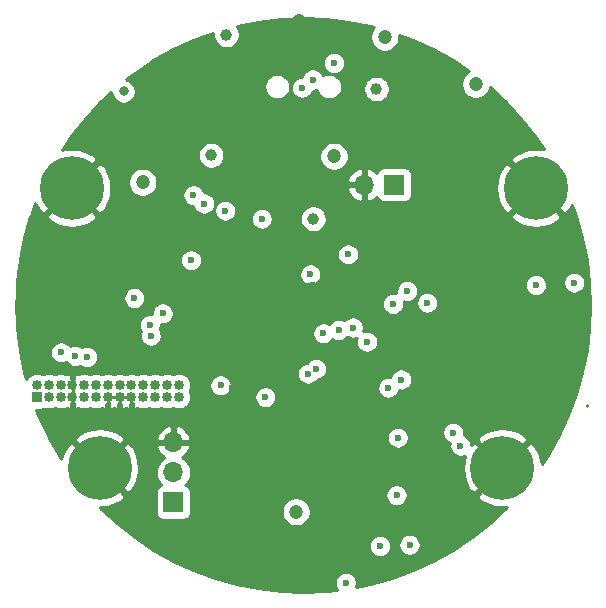
<source format=gbr>
G04 #@! TF.GenerationSoftware,KiCad,Pcbnew,(5.1.0)-1*
G04 #@! TF.CreationDate,2019-04-02T23:20:29-05:00*
G04 #@! TF.ProjectId,Avionics Board 1,4176696f-6e69-4637-9320-426f61726420,rev?*
G04 #@! TF.SameCoordinates,Original*
G04 #@! TF.FileFunction,Copper,L2,Inr*
G04 #@! TF.FilePolarity,Positive*
%FSLAX46Y46*%
G04 Gerber Fmt 4.6, Leading zero omitted, Abs format (unit mm)*
G04 Created by KiCad (PCBNEW (5.1.0)-1) date 2019-04-02 23:20:29*
%MOMM*%
%LPD*%
G04 APERTURE LIST*
%ADD10C,5.400000*%
%ADD11R,1.700000X1.700000*%
%ADD12O,1.700000X1.700000*%
%ADD13O,0.850000X0.850000*%
%ADD14R,0.850000X0.850000*%
%ADD15C,0.800000*%
%ADD16C,1.000000*%
%ADD17C,0.600000*%
%ADD18C,1.200000*%
%ADD19C,0.250000*%
%ADD20C,0.500000*%
%ADD21C,0.254000*%
G04 APERTURE END LIST*
D10*
X64940000Y-93322000D03*
X62100000Y-117000000D03*
X25640000Y-93322000D03*
X28000000Y-117000000D03*
D11*
X52940000Y-93022000D03*
D12*
X50400000Y-93022000D03*
D11*
X34240000Y-119922000D03*
D12*
X34240000Y-117382000D03*
X34240000Y-114842000D03*
D13*
X34700000Y-110000000D03*
X34700000Y-111000000D03*
X33700000Y-110000000D03*
X33700000Y-111000000D03*
X32700000Y-110000000D03*
X32700000Y-111000000D03*
X31700000Y-110000000D03*
X31700000Y-111000000D03*
X30700000Y-110000000D03*
X30700000Y-111000000D03*
X29700000Y-110000000D03*
X29700000Y-111000000D03*
X28700000Y-110000000D03*
X28700000Y-111000000D03*
X27700000Y-110000000D03*
X27700000Y-111000000D03*
X26700000Y-110000000D03*
X26700000Y-111000000D03*
X25700000Y-110000000D03*
X25700000Y-111000000D03*
X24700000Y-110000000D03*
X24700000Y-111000000D03*
X23700000Y-110000000D03*
X23700000Y-111000000D03*
X22700000Y-110000000D03*
D14*
X22700000Y-111000000D03*
D15*
X40740000Y-117522000D03*
D16*
X42840000Y-119322000D03*
D17*
X46540000Y-110522000D03*
X29640000Y-107022000D03*
X40440000Y-97722000D03*
X46040000Y-101522000D03*
X40940000Y-91822000D03*
X34240000Y-94222000D03*
X48940000Y-120322000D03*
X51740000Y-119122000D03*
X48740000Y-112122000D03*
D18*
X43640000Y-89422000D03*
D17*
X46240000Y-93822000D03*
D18*
X35140000Y-87322000D03*
X29940000Y-92822000D03*
D16*
X35140000Y-81722000D03*
D17*
X55768000Y-120266000D03*
D18*
X52240000Y-82322000D03*
X62640000Y-87222000D03*
X54240000Y-89622000D03*
D17*
X39570000Y-106758000D03*
X32440000Y-103522000D03*
X64948000Y-109414000D03*
X56058000Y-109668000D03*
X25092000Y-97360000D03*
X25092000Y-105234000D03*
X59106000Y-103572000D03*
X55042000Y-101032000D03*
X55296000Y-99000000D03*
X57074000Y-97476000D03*
X63932000Y-99000000D03*
X61900000Y-97476000D03*
X63424000Y-102302000D03*
D18*
X21390000Y-102872000D03*
D17*
X39240000Y-110222000D03*
D18*
X44900000Y-79200000D03*
D17*
X47840000Y-82722000D03*
D16*
X51440000Y-84922000D03*
D18*
X47840000Y-90622000D03*
D16*
X37440000Y-90522000D03*
D18*
X44640000Y-120722000D03*
D17*
X42040000Y-111022000D03*
X45840000Y-100622000D03*
X49040000Y-98922000D03*
X68184000Y-101322000D03*
X64940000Y-101522000D03*
X33340000Y-103922000D03*
X38640000Y-95222000D03*
X50640000Y-106322000D03*
D15*
X30040000Y-85122000D03*
D17*
X53140000Y-119322000D03*
X38240000Y-110022000D03*
D18*
X31640000Y-92822000D03*
D17*
X53247000Y-114447000D03*
D16*
X38740000Y-80322000D03*
D18*
X52140000Y-80522000D03*
D16*
X46100000Y-95922000D03*
D18*
X59840000Y-84522000D03*
D17*
X46940000Y-105622000D03*
X48840000Y-126722000D03*
X51740000Y-123622000D03*
X48240000Y-105322000D03*
X49440000Y-105122000D03*
X54240000Y-123522000D03*
X46040000Y-84122000D03*
X45140000Y-84822000D03*
X45640000Y-109022000D03*
X46340000Y-108622000D03*
X52840000Y-103122000D03*
X52440000Y-110222000D03*
X55740000Y-103022000D03*
X58540000Y-115122000D03*
X53540000Y-109522000D03*
X54040000Y-102022000D03*
X57940000Y-114022000D03*
X26940000Y-107622000D03*
X35740000Y-99422000D03*
X25940000Y-107522000D03*
X36840000Y-94622000D03*
X35940000Y-93922000D03*
X24740000Y-107222000D03*
X41740000Y-95922000D03*
X30940000Y-102622000D03*
X32240000Y-104922000D03*
X32340000Y-105822000D03*
D19*
X69266000Y-111766000D02*
X69266000Y-111700000D01*
D20*
X42840000Y-119322000D02*
X42940000Y-119322000D01*
D19*
X29664000Y-107246000D02*
X30240000Y-107822000D01*
X30240000Y-107822000D02*
X34640000Y-107822000D01*
X34640000Y-107822000D02*
X35340000Y-108522000D01*
X33640000Y-112622000D02*
X32440000Y-112622000D01*
X32440000Y-112622000D02*
X32240000Y-112422000D01*
X29664000Y-107012000D02*
X29664000Y-107246000D01*
X29664000Y-107022000D02*
X29664000Y-107012000D01*
X29640000Y-107022000D02*
X29664000Y-107022000D01*
X40440000Y-97722000D02*
X44140000Y-101422000D01*
X45940000Y-101422000D02*
X46040000Y-101522000D01*
X44140000Y-101422000D02*
X45940000Y-101422000D01*
X55768000Y-120266000D02*
X55768000Y-120200000D01*
X28740000Y-112460000D02*
X28740000Y-111022000D01*
X28300000Y-112900000D02*
X28740000Y-112460000D01*
X26100000Y-112900000D02*
X28300000Y-112900000D01*
X25740000Y-111022000D02*
X25740000Y-112540000D01*
X25740000Y-112540000D02*
X26100000Y-112900000D01*
X28740000Y-111022000D02*
X29740000Y-111022000D01*
X29740000Y-111022000D02*
X30740000Y-111022000D01*
X25740000Y-111022000D02*
X25740000Y-110022000D01*
D21*
G36*
X47145913Y-79005084D02*
G01*
X49040075Y-79229272D01*
X50910808Y-79601384D01*
X51225352Y-79690094D01*
X51180713Y-79734733D01*
X51045557Y-79937008D01*
X50952460Y-80161764D01*
X50905000Y-80400363D01*
X50905000Y-80643637D01*
X50952460Y-80882236D01*
X51045557Y-81106992D01*
X51180713Y-81309267D01*
X51352733Y-81481287D01*
X51555008Y-81616443D01*
X51779764Y-81709540D01*
X52018363Y-81757000D01*
X52261637Y-81757000D01*
X52500236Y-81709540D01*
X52724992Y-81616443D01*
X52927267Y-81481287D01*
X53099287Y-81309267D01*
X53234443Y-81106992D01*
X53327540Y-80882236D01*
X53375000Y-80643637D01*
X53375000Y-80400363D01*
X53364395Y-80347050D01*
X54536069Y-80779303D01*
X56268246Y-81577848D01*
X57932431Y-82509836D01*
X59286423Y-83414544D01*
X59255008Y-83427557D01*
X59052733Y-83562713D01*
X58880713Y-83734733D01*
X58745557Y-83937008D01*
X58652460Y-84161764D01*
X58605000Y-84400363D01*
X58605000Y-84643637D01*
X58652460Y-84882236D01*
X58745557Y-85106992D01*
X58880713Y-85309267D01*
X59052733Y-85481287D01*
X59255008Y-85616443D01*
X59479764Y-85709540D01*
X59718363Y-85757000D01*
X59961637Y-85757000D01*
X60200236Y-85709540D01*
X60424992Y-85616443D01*
X60627267Y-85481287D01*
X60799287Y-85309267D01*
X60934443Y-85106992D01*
X61027540Y-84882236D01*
X61047944Y-84779657D01*
X62416897Y-86045103D01*
X63711630Y-87445738D01*
X64892479Y-88943638D01*
X65628665Y-90045418D01*
X65598254Y-90036148D01*
X64944569Y-89970866D01*
X64290707Y-90034366D01*
X63661797Y-90224208D01*
X63082008Y-90533096D01*
X63074411Y-90538172D01*
X62774231Y-90976626D01*
X64940000Y-93142395D01*
X64954143Y-93128253D01*
X65133748Y-93307858D01*
X65119605Y-93322000D01*
X67285374Y-95487769D01*
X67723828Y-95187589D01*
X67975211Y-94718823D01*
X68342875Y-95715421D01*
X68860616Y-97551192D01*
X69232728Y-99421925D01*
X69456916Y-101316087D01*
X69531800Y-103222000D01*
X69456916Y-105127913D01*
X69232728Y-107022075D01*
X68860616Y-108892808D01*
X68342875Y-110728579D01*
X67682697Y-112518069D01*
X66884152Y-114250246D01*
X65952164Y-115914431D01*
X65422280Y-116707459D01*
X65387634Y-116350707D01*
X65197792Y-115721797D01*
X64888904Y-115142008D01*
X64883828Y-115134411D01*
X64445374Y-114834231D01*
X62279605Y-117000000D01*
X62293748Y-117014143D01*
X62114143Y-117193748D01*
X62100000Y-117179605D01*
X59934231Y-119345374D01*
X60234411Y-119783828D01*
X60813356Y-120094296D01*
X61441746Y-120285852D01*
X62095431Y-120351134D01*
X62497108Y-120312125D01*
X62416897Y-120398897D01*
X61016262Y-121693630D01*
X59518362Y-122874479D01*
X57932431Y-123934164D01*
X56268246Y-124866152D01*
X54536069Y-125664697D01*
X52746579Y-126324875D01*
X50910808Y-126842616D01*
X49702522Y-127082959D01*
X49739068Y-126994729D01*
X49775000Y-126814089D01*
X49775000Y-126629911D01*
X49739068Y-126449271D01*
X49668586Y-126279111D01*
X49566262Y-126125972D01*
X49436028Y-125995738D01*
X49282889Y-125893414D01*
X49112729Y-125822932D01*
X48932089Y-125787000D01*
X48747911Y-125787000D01*
X48567271Y-125822932D01*
X48397111Y-125893414D01*
X48243972Y-125995738D01*
X48113738Y-126125972D01*
X48011414Y-126279111D01*
X47940932Y-126449271D01*
X47905000Y-126629911D01*
X47905000Y-126814089D01*
X47940932Y-126994729D01*
X48011414Y-127164889D01*
X48113738Y-127318028D01*
X48119406Y-127323696D01*
X47145913Y-127438916D01*
X45240000Y-127513800D01*
X43334087Y-127438916D01*
X41439925Y-127214728D01*
X39569192Y-126842616D01*
X37733421Y-126324875D01*
X35943931Y-125664697D01*
X34211754Y-124866152D01*
X32547569Y-123934164D01*
X31942562Y-123529911D01*
X50805000Y-123529911D01*
X50805000Y-123714089D01*
X50840932Y-123894729D01*
X50911414Y-124064889D01*
X51013738Y-124218028D01*
X51143972Y-124348262D01*
X51297111Y-124450586D01*
X51467271Y-124521068D01*
X51647911Y-124557000D01*
X51832089Y-124557000D01*
X52012729Y-124521068D01*
X52182889Y-124450586D01*
X52336028Y-124348262D01*
X52466262Y-124218028D01*
X52568586Y-124064889D01*
X52639068Y-123894729D01*
X52675000Y-123714089D01*
X52675000Y-123529911D01*
X52655109Y-123429911D01*
X53305000Y-123429911D01*
X53305000Y-123614089D01*
X53340932Y-123794729D01*
X53411414Y-123964889D01*
X53513738Y-124118028D01*
X53643972Y-124248262D01*
X53797111Y-124350586D01*
X53967271Y-124421068D01*
X54147911Y-124457000D01*
X54332089Y-124457000D01*
X54512729Y-124421068D01*
X54682889Y-124350586D01*
X54836028Y-124248262D01*
X54966262Y-124118028D01*
X55068586Y-123964889D01*
X55139068Y-123794729D01*
X55175000Y-123614089D01*
X55175000Y-123429911D01*
X55139068Y-123249271D01*
X55068586Y-123079111D01*
X54966262Y-122925972D01*
X54836028Y-122795738D01*
X54682889Y-122693414D01*
X54512729Y-122622932D01*
X54332089Y-122587000D01*
X54147911Y-122587000D01*
X53967271Y-122622932D01*
X53797111Y-122693414D01*
X53643972Y-122795738D01*
X53513738Y-122925972D01*
X53411414Y-123079111D01*
X53340932Y-123249271D01*
X53305000Y-123429911D01*
X52655109Y-123429911D01*
X52639068Y-123349271D01*
X52568586Y-123179111D01*
X52466262Y-123025972D01*
X52336028Y-122895738D01*
X52182889Y-122793414D01*
X52012729Y-122722932D01*
X51832089Y-122687000D01*
X51647911Y-122687000D01*
X51467271Y-122722932D01*
X51297111Y-122793414D01*
X51143972Y-122895738D01*
X51013738Y-123025972D01*
X50911414Y-123179111D01*
X50840932Y-123349271D01*
X50805000Y-123529911D01*
X31942562Y-123529911D01*
X30961638Y-122874479D01*
X29463738Y-121693630D01*
X28063103Y-120398897D01*
X28017014Y-120349038D01*
X28649293Y-120287634D01*
X29278203Y-120097792D01*
X29857992Y-119788904D01*
X29865589Y-119783828D01*
X30165769Y-119345374D01*
X28000000Y-117179605D01*
X27985858Y-117193748D01*
X27806253Y-117014143D01*
X27820395Y-117000000D01*
X28179605Y-117000000D01*
X30345374Y-119165769D01*
X30783828Y-118865589D01*
X31094296Y-118286644D01*
X31285852Y-117658254D01*
X31313440Y-117382000D01*
X32747815Y-117382000D01*
X32776487Y-117673111D01*
X32861401Y-117953034D01*
X32999294Y-118211014D01*
X33184866Y-118437134D01*
X33214687Y-118461607D01*
X33145820Y-118482498D01*
X33035506Y-118541463D01*
X32938815Y-118620815D01*
X32859463Y-118717506D01*
X32800498Y-118827820D01*
X32764188Y-118947518D01*
X32751928Y-119072000D01*
X32751928Y-120772000D01*
X32764188Y-120896482D01*
X32800498Y-121016180D01*
X32859463Y-121126494D01*
X32938815Y-121223185D01*
X33035506Y-121302537D01*
X33145820Y-121361502D01*
X33265518Y-121397812D01*
X33390000Y-121410072D01*
X35090000Y-121410072D01*
X35214482Y-121397812D01*
X35334180Y-121361502D01*
X35444494Y-121302537D01*
X35541185Y-121223185D01*
X35620537Y-121126494D01*
X35679502Y-121016180D01*
X35715812Y-120896482D01*
X35728072Y-120772000D01*
X35728072Y-120600363D01*
X43405000Y-120600363D01*
X43405000Y-120843637D01*
X43452460Y-121082236D01*
X43545557Y-121306992D01*
X43680713Y-121509267D01*
X43852733Y-121681287D01*
X44055008Y-121816443D01*
X44279764Y-121909540D01*
X44518363Y-121957000D01*
X44761637Y-121957000D01*
X45000236Y-121909540D01*
X45224992Y-121816443D01*
X45427267Y-121681287D01*
X45599287Y-121509267D01*
X45734443Y-121306992D01*
X45827540Y-121082236D01*
X45875000Y-120843637D01*
X45875000Y-120600363D01*
X45827540Y-120361764D01*
X45734443Y-120137008D01*
X45599287Y-119934733D01*
X45427267Y-119762713D01*
X45224992Y-119627557D01*
X45000236Y-119534460D01*
X44761637Y-119487000D01*
X44518363Y-119487000D01*
X44279764Y-119534460D01*
X44055008Y-119627557D01*
X43852733Y-119762713D01*
X43680713Y-119934733D01*
X43545557Y-120137008D01*
X43452460Y-120361764D01*
X43405000Y-120600363D01*
X35728072Y-120600363D01*
X35728072Y-119229911D01*
X52205000Y-119229911D01*
X52205000Y-119414089D01*
X52240932Y-119594729D01*
X52311414Y-119764889D01*
X52413738Y-119918028D01*
X52543972Y-120048262D01*
X52697111Y-120150586D01*
X52867271Y-120221068D01*
X53047911Y-120257000D01*
X53232089Y-120257000D01*
X53412729Y-120221068D01*
X53582889Y-120150586D01*
X53736028Y-120048262D01*
X53866262Y-119918028D01*
X53968586Y-119764889D01*
X54039068Y-119594729D01*
X54075000Y-119414089D01*
X54075000Y-119229911D01*
X54039068Y-119049271D01*
X53968586Y-118879111D01*
X53866262Y-118725972D01*
X53736028Y-118595738D01*
X53582889Y-118493414D01*
X53412729Y-118422932D01*
X53232089Y-118387000D01*
X53047911Y-118387000D01*
X52867271Y-118422932D01*
X52697111Y-118493414D01*
X52543972Y-118595738D01*
X52413738Y-118725972D01*
X52311414Y-118879111D01*
X52240932Y-119049271D01*
X52205000Y-119229911D01*
X35728072Y-119229911D01*
X35728072Y-119072000D01*
X35715812Y-118947518D01*
X35679502Y-118827820D01*
X35620537Y-118717506D01*
X35541185Y-118620815D01*
X35444494Y-118541463D01*
X35334180Y-118482498D01*
X35265313Y-118461607D01*
X35295134Y-118437134D01*
X35480706Y-118211014D01*
X35618599Y-117953034D01*
X35703513Y-117673111D01*
X35732185Y-117382000D01*
X35703513Y-117090889D01*
X35618599Y-116810966D01*
X35480706Y-116552986D01*
X35295134Y-116326866D01*
X35069014Y-116141294D01*
X35004477Y-116106799D01*
X35121355Y-116037178D01*
X35337588Y-115842269D01*
X35511641Y-115608920D01*
X35636825Y-115346099D01*
X35681476Y-115198890D01*
X35560155Y-114969000D01*
X34367000Y-114969000D01*
X34367000Y-114989000D01*
X34113000Y-114989000D01*
X34113000Y-114969000D01*
X32919845Y-114969000D01*
X32798524Y-115198890D01*
X32843175Y-115346099D01*
X32968359Y-115608920D01*
X33142412Y-115842269D01*
X33358645Y-116037178D01*
X33475523Y-116106799D01*
X33410986Y-116141294D01*
X33184866Y-116326866D01*
X32999294Y-116552986D01*
X32861401Y-116810966D01*
X32776487Y-117090889D01*
X32747815Y-117382000D01*
X31313440Y-117382000D01*
X31351134Y-117004569D01*
X31287634Y-116350707D01*
X31097792Y-115721797D01*
X30788904Y-115142008D01*
X30783828Y-115134411D01*
X30345374Y-114834231D01*
X28179605Y-117000000D01*
X27820395Y-117000000D01*
X25654626Y-114834231D01*
X25216172Y-115134411D01*
X24905704Y-115713356D01*
X24745230Y-116239784D01*
X24527836Y-115914431D01*
X23822312Y-114654626D01*
X25834231Y-114654626D01*
X28000000Y-116820395D01*
X30165769Y-114654626D01*
X30049713Y-114485110D01*
X32798524Y-114485110D01*
X32919845Y-114715000D01*
X34113000Y-114715000D01*
X34113000Y-113521186D01*
X34367000Y-113521186D01*
X34367000Y-114715000D01*
X35560155Y-114715000D01*
X35681476Y-114485110D01*
X35641985Y-114354911D01*
X52312000Y-114354911D01*
X52312000Y-114539089D01*
X52347932Y-114719729D01*
X52418414Y-114889889D01*
X52520738Y-115043028D01*
X52650972Y-115173262D01*
X52804111Y-115275586D01*
X52974271Y-115346068D01*
X53154911Y-115382000D01*
X53339089Y-115382000D01*
X53519729Y-115346068D01*
X53689889Y-115275586D01*
X53843028Y-115173262D01*
X53973262Y-115043028D01*
X54075586Y-114889889D01*
X54146068Y-114719729D01*
X54182000Y-114539089D01*
X54182000Y-114354911D01*
X54146068Y-114174271D01*
X54075586Y-114004111D01*
X54026008Y-113929911D01*
X57005000Y-113929911D01*
X57005000Y-114114089D01*
X57040932Y-114294729D01*
X57111414Y-114464889D01*
X57213738Y-114618028D01*
X57343972Y-114748262D01*
X57497111Y-114850586D01*
X57629743Y-114905523D01*
X57605000Y-115029911D01*
X57605000Y-115214089D01*
X57640932Y-115394729D01*
X57711414Y-115564889D01*
X57813738Y-115718028D01*
X57943972Y-115848262D01*
X58097111Y-115950586D01*
X58267271Y-116021068D01*
X58447911Y-116057000D01*
X58632089Y-116057000D01*
X58812729Y-116021068D01*
X58926234Y-115974053D01*
X58814148Y-116341746D01*
X58748866Y-116995431D01*
X58812366Y-117649293D01*
X59002208Y-118278203D01*
X59311096Y-118857992D01*
X59316172Y-118865589D01*
X59754626Y-119165769D01*
X61920395Y-117000000D01*
X59754626Y-114834231D01*
X59474258Y-115026180D01*
X59439068Y-114849271D01*
X59368586Y-114679111D01*
X59352226Y-114654626D01*
X59934231Y-114654626D01*
X62100000Y-116820395D01*
X64265769Y-114654626D01*
X63965589Y-114216172D01*
X63386644Y-113905704D01*
X62758254Y-113714148D01*
X62104569Y-113648866D01*
X61450707Y-113712366D01*
X60821797Y-113902208D01*
X60242008Y-114211096D01*
X60234411Y-114216172D01*
X59934231Y-114654626D01*
X59352226Y-114654626D01*
X59266262Y-114525972D01*
X59136028Y-114395738D01*
X58982889Y-114293414D01*
X58850257Y-114238477D01*
X58875000Y-114114089D01*
X58875000Y-113929911D01*
X58839068Y-113749271D01*
X58768586Y-113579111D01*
X58666262Y-113425972D01*
X58536028Y-113295738D01*
X58382889Y-113193414D01*
X58212729Y-113122932D01*
X58032089Y-113087000D01*
X57847911Y-113087000D01*
X57667271Y-113122932D01*
X57497111Y-113193414D01*
X57343972Y-113295738D01*
X57213738Y-113425972D01*
X57111414Y-113579111D01*
X57040932Y-113749271D01*
X57005000Y-113929911D01*
X54026008Y-113929911D01*
X53973262Y-113850972D01*
X53843028Y-113720738D01*
X53689889Y-113618414D01*
X53519729Y-113547932D01*
X53339089Y-113512000D01*
X53154911Y-113512000D01*
X52974271Y-113547932D01*
X52804111Y-113618414D01*
X52650972Y-113720738D01*
X52520738Y-113850972D01*
X52418414Y-114004111D01*
X52347932Y-114174271D01*
X52312000Y-114354911D01*
X35641985Y-114354911D01*
X35636825Y-114337901D01*
X35511641Y-114075080D01*
X35337588Y-113841731D01*
X35121355Y-113646822D01*
X34871252Y-113497843D01*
X34596891Y-113400519D01*
X34367000Y-113521186D01*
X34113000Y-113521186D01*
X33883109Y-113400519D01*
X33608748Y-113497843D01*
X33358645Y-113646822D01*
X33142412Y-113841731D01*
X32968359Y-114075080D01*
X32843175Y-114337901D01*
X32798524Y-114485110D01*
X30049713Y-114485110D01*
X29865589Y-114216172D01*
X29286644Y-113905704D01*
X28658254Y-113714148D01*
X28004569Y-113648866D01*
X27350707Y-113712366D01*
X26721797Y-113902208D01*
X26142008Y-114211096D01*
X26134411Y-114216172D01*
X25834231Y-114654626D01*
X23822312Y-114654626D01*
X23595848Y-114250246D01*
X22797303Y-112518069D01*
X22629446Y-112063072D01*
X23125000Y-112063072D01*
X23249482Y-112050812D01*
X23369180Y-112014502D01*
X23377724Y-112009935D01*
X23492204Y-112044662D01*
X23647934Y-112060000D01*
X23752066Y-112060000D01*
X23907796Y-112044662D01*
X24107607Y-111984050D01*
X24200000Y-111934665D01*
X24292393Y-111984050D01*
X24492204Y-112044662D01*
X24647934Y-112060000D01*
X24752066Y-112060000D01*
X24907796Y-112044662D01*
X25107607Y-111984050D01*
X25201809Y-111933698D01*
X25374750Y-112008872D01*
X25409938Y-112019540D01*
X25573000Y-111892257D01*
X25573000Y-111607133D01*
X25585622Y-111591753D01*
X25684050Y-111407607D01*
X25700000Y-111355027D01*
X25715950Y-111407607D01*
X25814378Y-111591753D01*
X25827000Y-111607133D01*
X25827000Y-111892257D01*
X25990062Y-112019540D01*
X26025250Y-112008872D01*
X26198191Y-111933698D01*
X26292393Y-111984050D01*
X26492204Y-112044662D01*
X26647934Y-112060000D01*
X26752066Y-112060000D01*
X26907796Y-112044662D01*
X27107607Y-111984050D01*
X27200000Y-111934665D01*
X27292393Y-111984050D01*
X27492204Y-112044662D01*
X27647934Y-112060000D01*
X27752066Y-112060000D01*
X27907796Y-112044662D01*
X28107607Y-111984050D01*
X28201809Y-111933698D01*
X28374750Y-112008872D01*
X28409938Y-112019540D01*
X28573000Y-111892257D01*
X28573000Y-111607133D01*
X28585622Y-111591753D01*
X28684050Y-111407607D01*
X28702632Y-111346351D01*
X28756632Y-111483394D01*
X28827000Y-111592768D01*
X28827000Y-111892257D01*
X28990062Y-112019540D01*
X29025250Y-112008872D01*
X29200000Y-111932912D01*
X29374750Y-112008872D01*
X29409938Y-112019540D01*
X29573000Y-111892257D01*
X29573000Y-111592768D01*
X29643368Y-111483394D01*
X29700000Y-111339671D01*
X29756632Y-111483394D01*
X29827000Y-111592768D01*
X29827000Y-111892257D01*
X29990062Y-112019540D01*
X30025250Y-112008872D01*
X30200000Y-111932912D01*
X30374750Y-112008872D01*
X30409938Y-112019540D01*
X30573000Y-111892257D01*
X30573000Y-111592768D01*
X30643368Y-111483394D01*
X30697368Y-111346351D01*
X30715950Y-111407607D01*
X30814378Y-111591753D01*
X30827000Y-111607133D01*
X30827000Y-111892257D01*
X30990062Y-112019540D01*
X31025250Y-112008872D01*
X31198191Y-111933698D01*
X31292393Y-111984050D01*
X31492204Y-112044662D01*
X31647934Y-112060000D01*
X31752066Y-112060000D01*
X31907796Y-112044662D01*
X32107607Y-111984050D01*
X32200000Y-111934665D01*
X32292393Y-111984050D01*
X32492204Y-112044662D01*
X32647934Y-112060000D01*
X32752066Y-112060000D01*
X32907796Y-112044662D01*
X33107607Y-111984050D01*
X33200000Y-111934665D01*
X33292393Y-111984050D01*
X33492204Y-112044662D01*
X33647934Y-112060000D01*
X33752066Y-112060000D01*
X33907796Y-112044662D01*
X34107607Y-111984050D01*
X34200000Y-111934665D01*
X34292393Y-111984050D01*
X34492204Y-112044662D01*
X34647934Y-112060000D01*
X34752066Y-112060000D01*
X34907796Y-112044662D01*
X35107607Y-111984050D01*
X35291753Y-111885622D01*
X35453159Y-111753159D01*
X35585622Y-111591753D01*
X35684050Y-111407607D01*
X35744662Y-111207796D01*
X35765128Y-111000000D01*
X35744662Y-110792204D01*
X35684050Y-110592393D01*
X35634665Y-110500000D01*
X35684050Y-110407607D01*
X35744662Y-110207796D01*
X35765128Y-110000000D01*
X35758225Y-109929911D01*
X37305000Y-109929911D01*
X37305000Y-110114089D01*
X37340932Y-110294729D01*
X37411414Y-110464889D01*
X37513738Y-110618028D01*
X37643972Y-110748262D01*
X37797111Y-110850586D01*
X37967271Y-110921068D01*
X38147911Y-110957000D01*
X38332089Y-110957000D01*
X38468272Y-110929911D01*
X41105000Y-110929911D01*
X41105000Y-111114089D01*
X41140932Y-111294729D01*
X41211414Y-111464889D01*
X41313738Y-111618028D01*
X41443972Y-111748262D01*
X41597111Y-111850586D01*
X41767271Y-111921068D01*
X41947911Y-111957000D01*
X42132089Y-111957000D01*
X42312729Y-111921068D01*
X42482889Y-111850586D01*
X42636028Y-111748262D01*
X42766262Y-111618028D01*
X42868586Y-111464889D01*
X42939068Y-111294729D01*
X42975000Y-111114089D01*
X42975000Y-110929911D01*
X42939068Y-110749271D01*
X42868586Y-110579111D01*
X42766262Y-110425972D01*
X42636028Y-110295738D01*
X42482889Y-110193414D01*
X42329578Y-110129911D01*
X51505000Y-110129911D01*
X51505000Y-110314089D01*
X51540932Y-110494729D01*
X51611414Y-110664889D01*
X51713738Y-110818028D01*
X51843972Y-110948262D01*
X51997111Y-111050586D01*
X52167271Y-111121068D01*
X52347911Y-111157000D01*
X52532089Y-111157000D01*
X52712729Y-111121068D01*
X52882889Y-111050586D01*
X53036028Y-110948262D01*
X53166262Y-110818028D01*
X53268586Y-110664889D01*
X53339068Y-110494729D01*
X53350430Y-110437610D01*
X53447911Y-110457000D01*
X53632089Y-110457000D01*
X53812729Y-110421068D01*
X53982889Y-110350586D01*
X54136028Y-110248262D01*
X54266262Y-110118028D01*
X54368586Y-109964889D01*
X54439068Y-109794729D01*
X54475000Y-109614089D01*
X54475000Y-109429911D01*
X54439068Y-109249271D01*
X54368586Y-109079111D01*
X54266262Y-108925972D01*
X54136028Y-108795738D01*
X53982889Y-108693414D01*
X53812729Y-108622932D01*
X53632089Y-108587000D01*
X53447911Y-108587000D01*
X53267271Y-108622932D01*
X53097111Y-108693414D01*
X52943972Y-108795738D01*
X52813738Y-108925972D01*
X52711414Y-109079111D01*
X52640932Y-109249271D01*
X52629570Y-109306390D01*
X52532089Y-109287000D01*
X52347911Y-109287000D01*
X52167271Y-109322932D01*
X51997111Y-109393414D01*
X51843972Y-109495738D01*
X51713738Y-109625972D01*
X51611414Y-109779111D01*
X51540932Y-109949271D01*
X51505000Y-110129911D01*
X42329578Y-110129911D01*
X42312729Y-110122932D01*
X42132089Y-110087000D01*
X41947911Y-110087000D01*
X41767271Y-110122932D01*
X41597111Y-110193414D01*
X41443972Y-110295738D01*
X41313738Y-110425972D01*
X41211414Y-110579111D01*
X41140932Y-110749271D01*
X41105000Y-110929911D01*
X38468272Y-110929911D01*
X38512729Y-110921068D01*
X38682889Y-110850586D01*
X38836028Y-110748262D01*
X38966262Y-110618028D01*
X39068586Y-110464889D01*
X39139068Y-110294729D01*
X39175000Y-110114089D01*
X39175000Y-109929911D01*
X39139068Y-109749271D01*
X39068586Y-109579111D01*
X38966262Y-109425972D01*
X38836028Y-109295738D01*
X38682889Y-109193414D01*
X38512729Y-109122932D01*
X38332089Y-109087000D01*
X38147911Y-109087000D01*
X37967271Y-109122932D01*
X37797111Y-109193414D01*
X37643972Y-109295738D01*
X37513738Y-109425972D01*
X37411414Y-109579111D01*
X37340932Y-109749271D01*
X37305000Y-109929911D01*
X35758225Y-109929911D01*
X35744662Y-109792204D01*
X35684050Y-109592393D01*
X35585622Y-109408247D01*
X35453159Y-109246841D01*
X35291753Y-109114378D01*
X35107607Y-109015950D01*
X34907796Y-108955338D01*
X34752066Y-108940000D01*
X34647934Y-108940000D01*
X34492204Y-108955338D01*
X34292393Y-109015950D01*
X34200000Y-109065335D01*
X34107607Y-109015950D01*
X33907796Y-108955338D01*
X33752066Y-108940000D01*
X33647934Y-108940000D01*
X33492204Y-108955338D01*
X33292393Y-109015950D01*
X33200000Y-109065335D01*
X33107607Y-109015950D01*
X32907796Y-108955338D01*
X32752066Y-108940000D01*
X32647934Y-108940000D01*
X32492204Y-108955338D01*
X32292393Y-109015950D01*
X32200000Y-109065335D01*
X32107607Y-109015950D01*
X31907796Y-108955338D01*
X31752066Y-108940000D01*
X31647934Y-108940000D01*
X31492204Y-108955338D01*
X31292393Y-109015950D01*
X31200000Y-109065335D01*
X31107607Y-109015950D01*
X30907796Y-108955338D01*
X30752066Y-108940000D01*
X30647934Y-108940000D01*
X30492204Y-108955338D01*
X30292393Y-109015950D01*
X30200000Y-109065335D01*
X30107607Y-109015950D01*
X29907796Y-108955338D01*
X29752066Y-108940000D01*
X29647934Y-108940000D01*
X29492204Y-108955338D01*
X29292393Y-109015950D01*
X29200000Y-109065335D01*
X29107607Y-109015950D01*
X28907796Y-108955338D01*
X28752066Y-108940000D01*
X28647934Y-108940000D01*
X28492204Y-108955338D01*
X28292393Y-109015950D01*
X28200000Y-109065335D01*
X28107607Y-109015950D01*
X27907796Y-108955338D01*
X27752066Y-108940000D01*
X27647934Y-108940000D01*
X27492204Y-108955338D01*
X27292393Y-109015950D01*
X27200000Y-109065335D01*
X27107607Y-109015950D01*
X26907796Y-108955338D01*
X26752066Y-108940000D01*
X26647934Y-108940000D01*
X26492204Y-108955338D01*
X26292393Y-109015950D01*
X26198191Y-109066302D01*
X26025250Y-108991128D01*
X25990062Y-108980460D01*
X25827000Y-109107743D01*
X25827000Y-109392867D01*
X25814378Y-109408247D01*
X25715950Y-109592393D01*
X25700000Y-109644973D01*
X25684050Y-109592393D01*
X25585622Y-109408247D01*
X25573000Y-109392867D01*
X25573000Y-109107743D01*
X25409938Y-108980460D01*
X25374750Y-108991128D01*
X25201809Y-109066302D01*
X25107607Y-109015950D01*
X24907796Y-108955338D01*
X24752066Y-108940000D01*
X24647934Y-108940000D01*
X24492204Y-108955338D01*
X24292393Y-109015950D01*
X24200000Y-109065335D01*
X24107607Y-109015950D01*
X23907796Y-108955338D01*
X23752066Y-108940000D01*
X23647934Y-108940000D01*
X23492204Y-108955338D01*
X23292393Y-109015950D01*
X23200000Y-109065335D01*
X23107607Y-109015950D01*
X22907796Y-108955338D01*
X22752066Y-108940000D01*
X22647934Y-108940000D01*
X22492204Y-108955338D01*
X22292393Y-109015950D01*
X22108247Y-109114378D01*
X21946841Y-109246841D01*
X21814378Y-109408247D01*
X21781893Y-109469022D01*
X21629849Y-108929911D01*
X44705000Y-108929911D01*
X44705000Y-109114089D01*
X44740932Y-109294729D01*
X44811414Y-109464889D01*
X44913738Y-109618028D01*
X45043972Y-109748262D01*
X45197111Y-109850586D01*
X45367271Y-109921068D01*
X45547911Y-109957000D01*
X45732089Y-109957000D01*
X45912729Y-109921068D01*
X46082889Y-109850586D01*
X46236028Y-109748262D01*
X46366262Y-109618028D01*
X46407040Y-109557000D01*
X46432089Y-109557000D01*
X46612729Y-109521068D01*
X46782889Y-109450586D01*
X46936028Y-109348262D01*
X47066262Y-109218028D01*
X47168586Y-109064889D01*
X47239068Y-108894729D01*
X47275000Y-108714089D01*
X47275000Y-108529911D01*
X47239068Y-108349271D01*
X47168586Y-108179111D01*
X47066262Y-108025972D01*
X46936028Y-107895738D01*
X46782889Y-107793414D01*
X46612729Y-107722932D01*
X46432089Y-107687000D01*
X46247911Y-107687000D01*
X46067271Y-107722932D01*
X45897111Y-107793414D01*
X45743972Y-107895738D01*
X45613738Y-108025972D01*
X45572960Y-108087000D01*
X45547911Y-108087000D01*
X45367271Y-108122932D01*
X45197111Y-108193414D01*
X45043972Y-108295738D01*
X44913738Y-108425972D01*
X44811414Y-108579111D01*
X44740932Y-108749271D01*
X44705000Y-108929911D01*
X21629849Y-108929911D01*
X21619384Y-108892808D01*
X21268722Y-107129911D01*
X23805000Y-107129911D01*
X23805000Y-107314089D01*
X23840932Y-107494729D01*
X23911414Y-107664889D01*
X24013738Y-107818028D01*
X24143972Y-107948262D01*
X24297111Y-108050586D01*
X24467271Y-108121068D01*
X24647911Y-108157000D01*
X24832089Y-108157000D01*
X25012729Y-108121068D01*
X25171756Y-108055197D01*
X25213738Y-108118028D01*
X25343972Y-108248262D01*
X25497111Y-108350586D01*
X25667271Y-108421068D01*
X25847911Y-108457000D01*
X26032089Y-108457000D01*
X26212729Y-108421068D01*
X26361012Y-108359648D01*
X26497111Y-108450586D01*
X26667271Y-108521068D01*
X26847911Y-108557000D01*
X27032089Y-108557000D01*
X27212729Y-108521068D01*
X27382889Y-108450586D01*
X27536028Y-108348262D01*
X27666262Y-108218028D01*
X27768586Y-108064889D01*
X27839068Y-107894729D01*
X27875000Y-107714089D01*
X27875000Y-107529911D01*
X27839068Y-107349271D01*
X27768586Y-107179111D01*
X27666262Y-107025972D01*
X27536028Y-106895738D01*
X27382889Y-106793414D01*
X27212729Y-106722932D01*
X27032089Y-106687000D01*
X26847911Y-106687000D01*
X26667271Y-106722932D01*
X26518988Y-106784352D01*
X26382889Y-106693414D01*
X26212729Y-106622932D01*
X26032089Y-106587000D01*
X25847911Y-106587000D01*
X25667271Y-106622932D01*
X25508244Y-106688803D01*
X25466262Y-106625972D01*
X25336028Y-106495738D01*
X25182889Y-106393414D01*
X25012729Y-106322932D01*
X24832089Y-106287000D01*
X24647911Y-106287000D01*
X24467271Y-106322932D01*
X24297111Y-106393414D01*
X24143972Y-106495738D01*
X24013738Y-106625972D01*
X23911414Y-106779111D01*
X23840932Y-106949271D01*
X23805000Y-107129911D01*
X21268722Y-107129911D01*
X21247272Y-107022075D01*
X21023084Y-105127913D01*
X21011376Y-104829911D01*
X31305000Y-104829911D01*
X31305000Y-105014089D01*
X31340932Y-105194729D01*
X31411414Y-105364889D01*
X31476782Y-105462720D01*
X31440932Y-105549271D01*
X31405000Y-105729911D01*
X31405000Y-105914089D01*
X31440932Y-106094729D01*
X31511414Y-106264889D01*
X31613738Y-106418028D01*
X31743972Y-106548262D01*
X31897111Y-106650586D01*
X32067271Y-106721068D01*
X32247911Y-106757000D01*
X32432089Y-106757000D01*
X32612729Y-106721068D01*
X32782889Y-106650586D01*
X32936028Y-106548262D01*
X33066262Y-106418028D01*
X33168586Y-106264889D01*
X33239068Y-106094729D01*
X33275000Y-105914089D01*
X33275000Y-105729911D01*
X33239068Y-105549271D01*
X33231049Y-105529911D01*
X46005000Y-105529911D01*
X46005000Y-105714089D01*
X46040932Y-105894729D01*
X46111414Y-106064889D01*
X46213738Y-106218028D01*
X46343972Y-106348262D01*
X46497111Y-106450586D01*
X46667271Y-106521068D01*
X46847911Y-106557000D01*
X47032089Y-106557000D01*
X47212729Y-106521068D01*
X47382889Y-106450586D01*
X47536028Y-106348262D01*
X47666262Y-106218028D01*
X47737804Y-106110958D01*
X47797111Y-106150586D01*
X47967271Y-106221068D01*
X48147911Y-106257000D01*
X48332089Y-106257000D01*
X48512729Y-106221068D01*
X48682889Y-106150586D01*
X48836028Y-106048262D01*
X48959101Y-105925189D01*
X48997111Y-105950586D01*
X49167271Y-106021068D01*
X49347911Y-106057000D01*
X49532089Y-106057000D01*
X49712729Y-106021068D01*
X49760874Y-106001126D01*
X49740932Y-106049271D01*
X49705000Y-106229911D01*
X49705000Y-106414089D01*
X49740932Y-106594729D01*
X49811414Y-106764889D01*
X49913738Y-106918028D01*
X50043972Y-107048262D01*
X50197111Y-107150586D01*
X50367271Y-107221068D01*
X50547911Y-107257000D01*
X50732089Y-107257000D01*
X50912729Y-107221068D01*
X51082889Y-107150586D01*
X51236028Y-107048262D01*
X51366262Y-106918028D01*
X51468586Y-106764889D01*
X51539068Y-106594729D01*
X51575000Y-106414089D01*
X51575000Y-106229911D01*
X51539068Y-106049271D01*
X51468586Y-105879111D01*
X51366262Y-105725972D01*
X51236028Y-105595738D01*
X51082889Y-105493414D01*
X50912729Y-105422932D01*
X50732089Y-105387000D01*
X50547911Y-105387000D01*
X50367271Y-105422932D01*
X50319126Y-105442874D01*
X50339068Y-105394729D01*
X50375000Y-105214089D01*
X50375000Y-105029911D01*
X50339068Y-104849271D01*
X50268586Y-104679111D01*
X50166262Y-104525972D01*
X50036028Y-104395738D01*
X49882889Y-104293414D01*
X49712729Y-104222932D01*
X49532089Y-104187000D01*
X49347911Y-104187000D01*
X49167271Y-104222932D01*
X48997111Y-104293414D01*
X48843972Y-104395738D01*
X48720899Y-104518811D01*
X48682889Y-104493414D01*
X48512729Y-104422932D01*
X48332089Y-104387000D01*
X48147911Y-104387000D01*
X47967271Y-104422932D01*
X47797111Y-104493414D01*
X47643972Y-104595738D01*
X47513738Y-104725972D01*
X47442196Y-104833042D01*
X47382889Y-104793414D01*
X47212729Y-104722932D01*
X47032089Y-104687000D01*
X46847911Y-104687000D01*
X46667271Y-104722932D01*
X46497111Y-104793414D01*
X46343972Y-104895738D01*
X46213738Y-105025972D01*
X46111414Y-105179111D01*
X46040932Y-105349271D01*
X46005000Y-105529911D01*
X33231049Y-105529911D01*
X33168586Y-105379111D01*
X33103218Y-105281280D01*
X33139068Y-105194729D01*
X33175000Y-105014089D01*
X33175000Y-104842497D01*
X33247911Y-104857000D01*
X33432089Y-104857000D01*
X33612729Y-104821068D01*
X33782889Y-104750586D01*
X33936028Y-104648262D01*
X34066262Y-104518028D01*
X34168586Y-104364889D01*
X34239068Y-104194729D01*
X34275000Y-104014089D01*
X34275000Y-103829911D01*
X34239068Y-103649271D01*
X34168586Y-103479111D01*
X34066262Y-103325972D01*
X33936028Y-103195738D01*
X33782889Y-103093414D01*
X33629578Y-103029911D01*
X51905000Y-103029911D01*
X51905000Y-103214089D01*
X51940932Y-103394729D01*
X52011414Y-103564889D01*
X52113738Y-103718028D01*
X52243972Y-103848262D01*
X52397111Y-103950586D01*
X52567271Y-104021068D01*
X52747911Y-104057000D01*
X52932089Y-104057000D01*
X53112729Y-104021068D01*
X53282889Y-103950586D01*
X53436028Y-103848262D01*
X53566262Y-103718028D01*
X53668586Y-103564889D01*
X53739068Y-103394729D01*
X53775000Y-103214089D01*
X53775000Y-103029911D01*
X53752099Y-102914784D01*
X53767271Y-102921068D01*
X53947911Y-102957000D01*
X54132089Y-102957000D01*
X54268272Y-102929911D01*
X54805000Y-102929911D01*
X54805000Y-103114089D01*
X54840932Y-103294729D01*
X54911414Y-103464889D01*
X55013738Y-103618028D01*
X55143972Y-103748262D01*
X55297111Y-103850586D01*
X55467271Y-103921068D01*
X55647911Y-103957000D01*
X55832089Y-103957000D01*
X56012729Y-103921068D01*
X56182889Y-103850586D01*
X56336028Y-103748262D01*
X56466262Y-103618028D01*
X56568586Y-103464889D01*
X56639068Y-103294729D01*
X56675000Y-103114089D01*
X56675000Y-102929911D01*
X56639068Y-102749271D01*
X56568586Y-102579111D01*
X56466262Y-102425972D01*
X56336028Y-102295738D01*
X56182889Y-102193414D01*
X56012729Y-102122932D01*
X55832089Y-102087000D01*
X55647911Y-102087000D01*
X55467271Y-102122932D01*
X55297111Y-102193414D01*
X55143972Y-102295738D01*
X55013738Y-102425972D01*
X54911414Y-102579111D01*
X54840932Y-102749271D01*
X54805000Y-102929911D01*
X54268272Y-102929911D01*
X54312729Y-102921068D01*
X54482889Y-102850586D01*
X54636028Y-102748262D01*
X54766262Y-102618028D01*
X54868586Y-102464889D01*
X54939068Y-102294729D01*
X54975000Y-102114089D01*
X54975000Y-101929911D01*
X54939068Y-101749271D01*
X54868586Y-101579111D01*
X54768894Y-101429911D01*
X64005000Y-101429911D01*
X64005000Y-101614089D01*
X64040932Y-101794729D01*
X64111414Y-101964889D01*
X64213738Y-102118028D01*
X64343972Y-102248262D01*
X64497111Y-102350586D01*
X64667271Y-102421068D01*
X64847911Y-102457000D01*
X65032089Y-102457000D01*
X65212729Y-102421068D01*
X65382889Y-102350586D01*
X65536028Y-102248262D01*
X65666262Y-102118028D01*
X65768586Y-101964889D01*
X65839068Y-101794729D01*
X65875000Y-101614089D01*
X65875000Y-101429911D01*
X65839068Y-101249271D01*
X65831049Y-101229911D01*
X67249000Y-101229911D01*
X67249000Y-101414089D01*
X67284932Y-101594729D01*
X67355414Y-101764889D01*
X67457738Y-101918028D01*
X67587972Y-102048262D01*
X67741111Y-102150586D01*
X67911271Y-102221068D01*
X68091911Y-102257000D01*
X68276089Y-102257000D01*
X68456729Y-102221068D01*
X68626889Y-102150586D01*
X68780028Y-102048262D01*
X68910262Y-101918028D01*
X69012586Y-101764889D01*
X69083068Y-101594729D01*
X69119000Y-101414089D01*
X69119000Y-101229911D01*
X69083068Y-101049271D01*
X69012586Y-100879111D01*
X68910262Y-100725972D01*
X68780028Y-100595738D01*
X68626889Y-100493414D01*
X68456729Y-100422932D01*
X68276089Y-100387000D01*
X68091911Y-100387000D01*
X67911271Y-100422932D01*
X67741111Y-100493414D01*
X67587972Y-100595738D01*
X67457738Y-100725972D01*
X67355414Y-100879111D01*
X67284932Y-101049271D01*
X67249000Y-101229911D01*
X65831049Y-101229911D01*
X65768586Y-101079111D01*
X65666262Y-100925972D01*
X65536028Y-100795738D01*
X65382889Y-100693414D01*
X65212729Y-100622932D01*
X65032089Y-100587000D01*
X64847911Y-100587000D01*
X64667271Y-100622932D01*
X64497111Y-100693414D01*
X64343972Y-100795738D01*
X64213738Y-100925972D01*
X64111414Y-101079111D01*
X64040932Y-101249271D01*
X64005000Y-101429911D01*
X54768894Y-101429911D01*
X54766262Y-101425972D01*
X54636028Y-101295738D01*
X54482889Y-101193414D01*
X54312729Y-101122932D01*
X54132089Y-101087000D01*
X53947911Y-101087000D01*
X53767271Y-101122932D01*
X53597111Y-101193414D01*
X53443972Y-101295738D01*
X53313738Y-101425972D01*
X53211414Y-101579111D01*
X53140932Y-101749271D01*
X53105000Y-101929911D01*
X53105000Y-102114089D01*
X53127901Y-102229216D01*
X53112729Y-102222932D01*
X52932089Y-102187000D01*
X52747911Y-102187000D01*
X52567271Y-102222932D01*
X52397111Y-102293414D01*
X52243972Y-102395738D01*
X52113738Y-102525972D01*
X52011414Y-102679111D01*
X51940932Y-102849271D01*
X51905000Y-103029911D01*
X33629578Y-103029911D01*
X33612729Y-103022932D01*
X33432089Y-102987000D01*
X33247911Y-102987000D01*
X33067271Y-103022932D01*
X32897111Y-103093414D01*
X32743972Y-103195738D01*
X32613738Y-103325972D01*
X32511414Y-103479111D01*
X32440932Y-103649271D01*
X32405000Y-103829911D01*
X32405000Y-104001503D01*
X32332089Y-103987000D01*
X32147911Y-103987000D01*
X31967271Y-104022932D01*
X31797111Y-104093414D01*
X31643972Y-104195738D01*
X31513738Y-104325972D01*
X31411414Y-104479111D01*
X31340932Y-104649271D01*
X31305000Y-104829911D01*
X21011376Y-104829911D01*
X20948200Y-103222000D01*
X20975392Y-102529911D01*
X30005000Y-102529911D01*
X30005000Y-102714089D01*
X30040932Y-102894729D01*
X30111414Y-103064889D01*
X30213738Y-103218028D01*
X30343972Y-103348262D01*
X30497111Y-103450586D01*
X30667271Y-103521068D01*
X30847911Y-103557000D01*
X31032089Y-103557000D01*
X31212729Y-103521068D01*
X31382889Y-103450586D01*
X31536028Y-103348262D01*
X31666262Y-103218028D01*
X31768586Y-103064889D01*
X31839068Y-102894729D01*
X31875000Y-102714089D01*
X31875000Y-102529911D01*
X31839068Y-102349271D01*
X31768586Y-102179111D01*
X31666262Y-102025972D01*
X31536028Y-101895738D01*
X31382889Y-101793414D01*
X31212729Y-101722932D01*
X31032089Y-101687000D01*
X30847911Y-101687000D01*
X30667271Y-101722932D01*
X30497111Y-101793414D01*
X30343972Y-101895738D01*
X30213738Y-102025972D01*
X30111414Y-102179111D01*
X30040932Y-102349271D01*
X30005000Y-102529911D01*
X20975392Y-102529911D01*
X21023084Y-101316087D01*
X21116133Y-100529911D01*
X44905000Y-100529911D01*
X44905000Y-100714089D01*
X44940932Y-100894729D01*
X45011414Y-101064889D01*
X45113738Y-101218028D01*
X45243972Y-101348262D01*
X45397111Y-101450586D01*
X45567271Y-101521068D01*
X45747911Y-101557000D01*
X45932089Y-101557000D01*
X46112729Y-101521068D01*
X46282889Y-101450586D01*
X46436028Y-101348262D01*
X46566262Y-101218028D01*
X46668586Y-101064889D01*
X46739068Y-100894729D01*
X46775000Y-100714089D01*
X46775000Y-100529911D01*
X46739068Y-100349271D01*
X46668586Y-100179111D01*
X46566262Y-100025972D01*
X46436028Y-99895738D01*
X46282889Y-99793414D01*
X46112729Y-99722932D01*
X45932089Y-99687000D01*
X45747911Y-99687000D01*
X45567271Y-99722932D01*
X45397111Y-99793414D01*
X45243972Y-99895738D01*
X45113738Y-100025972D01*
X45011414Y-100179111D01*
X44940932Y-100349271D01*
X44905000Y-100529911D01*
X21116133Y-100529911D01*
X21247272Y-99421925D01*
X21265574Y-99329911D01*
X34805000Y-99329911D01*
X34805000Y-99514089D01*
X34840932Y-99694729D01*
X34911414Y-99864889D01*
X35013738Y-100018028D01*
X35143972Y-100148262D01*
X35297111Y-100250586D01*
X35467271Y-100321068D01*
X35647911Y-100357000D01*
X35832089Y-100357000D01*
X36012729Y-100321068D01*
X36182889Y-100250586D01*
X36336028Y-100148262D01*
X36466262Y-100018028D01*
X36568586Y-99864889D01*
X36639068Y-99694729D01*
X36675000Y-99514089D01*
X36675000Y-99329911D01*
X36639068Y-99149271D01*
X36568586Y-98979111D01*
X36468894Y-98829911D01*
X48105000Y-98829911D01*
X48105000Y-99014089D01*
X48140932Y-99194729D01*
X48211414Y-99364889D01*
X48313738Y-99518028D01*
X48443972Y-99648262D01*
X48597111Y-99750586D01*
X48767271Y-99821068D01*
X48947911Y-99857000D01*
X49132089Y-99857000D01*
X49312729Y-99821068D01*
X49482889Y-99750586D01*
X49636028Y-99648262D01*
X49766262Y-99518028D01*
X49868586Y-99364889D01*
X49939068Y-99194729D01*
X49975000Y-99014089D01*
X49975000Y-98829911D01*
X49939068Y-98649271D01*
X49868586Y-98479111D01*
X49766262Y-98325972D01*
X49636028Y-98195738D01*
X49482889Y-98093414D01*
X49312729Y-98022932D01*
X49132089Y-97987000D01*
X48947911Y-97987000D01*
X48767271Y-98022932D01*
X48597111Y-98093414D01*
X48443972Y-98195738D01*
X48313738Y-98325972D01*
X48211414Y-98479111D01*
X48140932Y-98649271D01*
X48105000Y-98829911D01*
X36468894Y-98829911D01*
X36466262Y-98825972D01*
X36336028Y-98695738D01*
X36182889Y-98593414D01*
X36012729Y-98522932D01*
X35832089Y-98487000D01*
X35647911Y-98487000D01*
X35467271Y-98522932D01*
X35297111Y-98593414D01*
X35143972Y-98695738D01*
X35013738Y-98825972D01*
X34911414Y-98979111D01*
X34840932Y-99149271D01*
X34805000Y-99329911D01*
X21265574Y-99329911D01*
X21619384Y-97551192D01*
X22137125Y-95715421D01*
X22154850Y-95667374D01*
X23474231Y-95667374D01*
X23774411Y-96105828D01*
X24353356Y-96416296D01*
X24981746Y-96607852D01*
X25635431Y-96673134D01*
X26289293Y-96609634D01*
X26918203Y-96419792D01*
X27497992Y-96110904D01*
X27505589Y-96105828D01*
X27805769Y-95667374D01*
X25640000Y-93501605D01*
X23474231Y-95667374D01*
X22154850Y-95667374D01*
X22545956Y-94607237D01*
X22851096Y-95179992D01*
X22856172Y-95187589D01*
X23294626Y-95487769D01*
X25460395Y-93322000D01*
X25819605Y-93322000D01*
X27985374Y-95487769D01*
X28423828Y-95187589D01*
X28734296Y-94608644D01*
X28925852Y-93980254D01*
X28991134Y-93326569D01*
X28930320Y-92700363D01*
X30405000Y-92700363D01*
X30405000Y-92943637D01*
X30452460Y-93182236D01*
X30545557Y-93406992D01*
X30680713Y-93609267D01*
X30852733Y-93781287D01*
X31055008Y-93916443D01*
X31279764Y-94009540D01*
X31518363Y-94057000D01*
X31761637Y-94057000D01*
X32000236Y-94009540D01*
X32224992Y-93916443D01*
X32354496Y-93829911D01*
X35005000Y-93829911D01*
X35005000Y-94014089D01*
X35040932Y-94194729D01*
X35111414Y-94364889D01*
X35213738Y-94518028D01*
X35343972Y-94648262D01*
X35497111Y-94750586D01*
X35667271Y-94821068D01*
X35847911Y-94857000D01*
X35933427Y-94857000D01*
X35940932Y-94894729D01*
X36011414Y-95064889D01*
X36113738Y-95218028D01*
X36243972Y-95348262D01*
X36397111Y-95450586D01*
X36567271Y-95521068D01*
X36747911Y-95557000D01*
X36932089Y-95557000D01*
X37112729Y-95521068D01*
X37282889Y-95450586D01*
X37436028Y-95348262D01*
X37566262Y-95218028D01*
X37625139Y-95129911D01*
X37705000Y-95129911D01*
X37705000Y-95314089D01*
X37740932Y-95494729D01*
X37811414Y-95664889D01*
X37913738Y-95818028D01*
X38043972Y-95948262D01*
X38197111Y-96050586D01*
X38367271Y-96121068D01*
X38547911Y-96157000D01*
X38732089Y-96157000D01*
X38912729Y-96121068D01*
X39082889Y-96050586D01*
X39236028Y-95948262D01*
X39354379Y-95829911D01*
X40805000Y-95829911D01*
X40805000Y-96014089D01*
X40840932Y-96194729D01*
X40911414Y-96364889D01*
X41013738Y-96518028D01*
X41143972Y-96648262D01*
X41297111Y-96750586D01*
X41467271Y-96821068D01*
X41647911Y-96857000D01*
X41832089Y-96857000D01*
X42012729Y-96821068D01*
X42182889Y-96750586D01*
X42336028Y-96648262D01*
X42466262Y-96518028D01*
X42568586Y-96364889D01*
X42639068Y-96194729D01*
X42675000Y-96014089D01*
X42675000Y-95829911D01*
X42671082Y-95810212D01*
X44965000Y-95810212D01*
X44965000Y-96033788D01*
X45008617Y-96253067D01*
X45094176Y-96459624D01*
X45218388Y-96645520D01*
X45376480Y-96803612D01*
X45562376Y-96927824D01*
X45768933Y-97013383D01*
X45988212Y-97057000D01*
X46211788Y-97057000D01*
X46431067Y-97013383D01*
X46637624Y-96927824D01*
X46823520Y-96803612D01*
X46981612Y-96645520D01*
X47105824Y-96459624D01*
X47191383Y-96253067D01*
X47235000Y-96033788D01*
X47235000Y-95810212D01*
X47206588Y-95667374D01*
X62774231Y-95667374D01*
X63074411Y-96105828D01*
X63653356Y-96416296D01*
X64281746Y-96607852D01*
X64935431Y-96673134D01*
X65589293Y-96609634D01*
X66218203Y-96419792D01*
X66797992Y-96110904D01*
X66805589Y-96105828D01*
X67105769Y-95667374D01*
X64940000Y-93501605D01*
X62774231Y-95667374D01*
X47206588Y-95667374D01*
X47191383Y-95590933D01*
X47105824Y-95384376D01*
X46981612Y-95198480D01*
X46823520Y-95040388D01*
X46637624Y-94916176D01*
X46431067Y-94830617D01*
X46211788Y-94787000D01*
X45988212Y-94787000D01*
X45768933Y-94830617D01*
X45562376Y-94916176D01*
X45376480Y-95040388D01*
X45218388Y-95198480D01*
X45094176Y-95384376D01*
X45008617Y-95590933D01*
X44965000Y-95810212D01*
X42671082Y-95810212D01*
X42639068Y-95649271D01*
X42568586Y-95479111D01*
X42466262Y-95325972D01*
X42336028Y-95195738D01*
X42182889Y-95093414D01*
X42012729Y-95022932D01*
X41832089Y-94987000D01*
X41647911Y-94987000D01*
X41467271Y-95022932D01*
X41297111Y-95093414D01*
X41143972Y-95195738D01*
X41013738Y-95325972D01*
X40911414Y-95479111D01*
X40840932Y-95649271D01*
X40805000Y-95829911D01*
X39354379Y-95829911D01*
X39366262Y-95818028D01*
X39468586Y-95664889D01*
X39539068Y-95494729D01*
X39575000Y-95314089D01*
X39575000Y-95129911D01*
X39539068Y-94949271D01*
X39468586Y-94779111D01*
X39366262Y-94625972D01*
X39236028Y-94495738D01*
X39082889Y-94393414D01*
X38912729Y-94322932D01*
X38732089Y-94287000D01*
X38547911Y-94287000D01*
X38367271Y-94322932D01*
X38197111Y-94393414D01*
X38043972Y-94495738D01*
X37913738Y-94625972D01*
X37811414Y-94779111D01*
X37740932Y-94949271D01*
X37705000Y-95129911D01*
X37625139Y-95129911D01*
X37668586Y-95064889D01*
X37739068Y-94894729D01*
X37775000Y-94714089D01*
X37775000Y-94529911D01*
X37739068Y-94349271D01*
X37668586Y-94179111D01*
X37566262Y-94025972D01*
X37436028Y-93895738D01*
X37282889Y-93793414D01*
X37112729Y-93722932D01*
X36932089Y-93687000D01*
X36846573Y-93687000D01*
X36839068Y-93649271D01*
X36768586Y-93479111D01*
X36701622Y-93378891D01*
X48958519Y-93378891D01*
X49055843Y-93653252D01*
X49204822Y-93903355D01*
X49399731Y-94119588D01*
X49633080Y-94293641D01*
X49895901Y-94418825D01*
X50043110Y-94463476D01*
X50273000Y-94342155D01*
X50273000Y-93149000D01*
X49079186Y-93149000D01*
X48958519Y-93378891D01*
X36701622Y-93378891D01*
X36666262Y-93325972D01*
X36536028Y-93195738D01*
X36382889Y-93093414D01*
X36212729Y-93022932D01*
X36032089Y-92987000D01*
X35847911Y-92987000D01*
X35667271Y-93022932D01*
X35497111Y-93093414D01*
X35343972Y-93195738D01*
X35213738Y-93325972D01*
X35111414Y-93479111D01*
X35040932Y-93649271D01*
X35005000Y-93829911D01*
X32354496Y-93829911D01*
X32427267Y-93781287D01*
X32599287Y-93609267D01*
X32734443Y-93406992D01*
X32827540Y-93182236D01*
X32875000Y-92943637D01*
X32875000Y-92700363D01*
X32867988Y-92665109D01*
X48958519Y-92665109D01*
X49079186Y-92895000D01*
X50273000Y-92895000D01*
X50273000Y-91701845D01*
X50527000Y-91701845D01*
X50527000Y-92895000D01*
X50547000Y-92895000D01*
X50547000Y-93149000D01*
X50527000Y-93149000D01*
X50527000Y-94342155D01*
X50756890Y-94463476D01*
X50904099Y-94418825D01*
X51166920Y-94293641D01*
X51400269Y-94119588D01*
X51476034Y-94035534D01*
X51500498Y-94116180D01*
X51559463Y-94226494D01*
X51638815Y-94323185D01*
X51735506Y-94402537D01*
X51845820Y-94461502D01*
X51965518Y-94497812D01*
X52090000Y-94510072D01*
X53790000Y-94510072D01*
X53914482Y-94497812D01*
X54034180Y-94461502D01*
X54144494Y-94402537D01*
X54241185Y-94323185D01*
X54320537Y-94226494D01*
X54379502Y-94116180D01*
X54415812Y-93996482D01*
X54428072Y-93872000D01*
X54428072Y-93317431D01*
X61588866Y-93317431D01*
X61652366Y-93971293D01*
X61842208Y-94600203D01*
X62151096Y-95179992D01*
X62156172Y-95187589D01*
X62594626Y-95487769D01*
X64760395Y-93322000D01*
X62594626Y-91156231D01*
X62156172Y-91456411D01*
X61845704Y-92035356D01*
X61654148Y-92663746D01*
X61588866Y-93317431D01*
X54428072Y-93317431D01*
X54428072Y-92172000D01*
X54415812Y-92047518D01*
X54379502Y-91927820D01*
X54320537Y-91817506D01*
X54241185Y-91720815D01*
X54144494Y-91641463D01*
X54034180Y-91582498D01*
X53914482Y-91546188D01*
X53790000Y-91533928D01*
X52090000Y-91533928D01*
X51965518Y-91546188D01*
X51845820Y-91582498D01*
X51735506Y-91641463D01*
X51638815Y-91720815D01*
X51559463Y-91817506D01*
X51500498Y-91927820D01*
X51476034Y-92008466D01*
X51400269Y-91924412D01*
X51166920Y-91750359D01*
X50904099Y-91625175D01*
X50756890Y-91580524D01*
X50527000Y-91701845D01*
X50273000Y-91701845D01*
X50043110Y-91580524D01*
X49895901Y-91625175D01*
X49633080Y-91750359D01*
X49399731Y-91924412D01*
X49204822Y-92140645D01*
X49055843Y-92390748D01*
X48958519Y-92665109D01*
X32867988Y-92665109D01*
X32827540Y-92461764D01*
X32734443Y-92237008D01*
X32599287Y-92034733D01*
X32427267Y-91862713D01*
X32224992Y-91727557D01*
X32000236Y-91634460D01*
X31761637Y-91587000D01*
X31518363Y-91587000D01*
X31279764Y-91634460D01*
X31055008Y-91727557D01*
X30852733Y-91862713D01*
X30680713Y-92034733D01*
X30545557Y-92237008D01*
X30452460Y-92461764D01*
X30405000Y-92700363D01*
X28930320Y-92700363D01*
X28927634Y-92672707D01*
X28737792Y-92043797D01*
X28428904Y-91464008D01*
X28423828Y-91456411D01*
X27985374Y-91156231D01*
X25819605Y-93322000D01*
X25460395Y-93322000D01*
X25446253Y-93307858D01*
X25625858Y-93128253D01*
X25640000Y-93142395D01*
X27805769Y-90976626D01*
X27505589Y-90538172D01*
X27266976Y-90410212D01*
X36305000Y-90410212D01*
X36305000Y-90633788D01*
X36348617Y-90853067D01*
X36434176Y-91059624D01*
X36558388Y-91245520D01*
X36716480Y-91403612D01*
X36902376Y-91527824D01*
X37108933Y-91613383D01*
X37328212Y-91657000D01*
X37551788Y-91657000D01*
X37771067Y-91613383D01*
X37977624Y-91527824D01*
X38163520Y-91403612D01*
X38321612Y-91245520D01*
X38445824Y-91059624D01*
X38531383Y-90853067D01*
X38575000Y-90633788D01*
X38575000Y-90500363D01*
X46605000Y-90500363D01*
X46605000Y-90743637D01*
X46652460Y-90982236D01*
X46745557Y-91206992D01*
X46880713Y-91409267D01*
X47052733Y-91581287D01*
X47255008Y-91716443D01*
X47479764Y-91809540D01*
X47718363Y-91857000D01*
X47961637Y-91857000D01*
X48200236Y-91809540D01*
X48424992Y-91716443D01*
X48627267Y-91581287D01*
X48799287Y-91409267D01*
X48934443Y-91206992D01*
X49027540Y-90982236D01*
X49075000Y-90743637D01*
X49075000Y-90500363D01*
X49027540Y-90261764D01*
X48934443Y-90037008D01*
X48799287Y-89834733D01*
X48627267Y-89662713D01*
X48424992Y-89527557D01*
X48200236Y-89434460D01*
X47961637Y-89387000D01*
X47718363Y-89387000D01*
X47479764Y-89434460D01*
X47255008Y-89527557D01*
X47052733Y-89662713D01*
X46880713Y-89834733D01*
X46745557Y-90037008D01*
X46652460Y-90261764D01*
X46605000Y-90500363D01*
X38575000Y-90500363D01*
X38575000Y-90410212D01*
X38531383Y-90190933D01*
X38445824Y-89984376D01*
X38321612Y-89798480D01*
X38163520Y-89640388D01*
X37977624Y-89516176D01*
X37771067Y-89430617D01*
X37551788Y-89387000D01*
X37328212Y-89387000D01*
X37108933Y-89430617D01*
X36902376Y-89516176D01*
X36716480Y-89640388D01*
X36558388Y-89798480D01*
X36434176Y-89984376D01*
X36348617Y-90190933D01*
X36305000Y-90410212D01*
X27266976Y-90410212D01*
X26926644Y-90227704D01*
X26298254Y-90036148D01*
X25644569Y-89970866D01*
X24990707Y-90034366D01*
X24825373Y-90084274D01*
X25587521Y-88943638D01*
X26768370Y-87445738D01*
X28063103Y-86045103D01*
X29005000Y-85174423D01*
X29005000Y-85223939D01*
X29044774Y-85423898D01*
X29122795Y-85612256D01*
X29236063Y-85781774D01*
X29380226Y-85925937D01*
X29549744Y-86039205D01*
X29738102Y-86117226D01*
X29938061Y-86157000D01*
X30141939Y-86157000D01*
X30341898Y-86117226D01*
X30530256Y-86039205D01*
X30699774Y-85925937D01*
X30843937Y-85781774D01*
X30957205Y-85612256D01*
X31035226Y-85423898D01*
X31075000Y-85223939D01*
X31075000Y-85020061D01*
X31035226Y-84820102D01*
X30957205Y-84631744D01*
X30946109Y-84615137D01*
X41955000Y-84615137D01*
X41955000Y-84828863D01*
X41996696Y-85038483D01*
X42078485Y-85235940D01*
X42197225Y-85413647D01*
X42348353Y-85564775D01*
X42526060Y-85683515D01*
X42723517Y-85765304D01*
X42933137Y-85807000D01*
X43146863Y-85807000D01*
X43356483Y-85765304D01*
X43553940Y-85683515D01*
X43731647Y-85564775D01*
X43882775Y-85413647D01*
X44001515Y-85235940D01*
X44083304Y-85038483D01*
X44125000Y-84828863D01*
X44125000Y-84729911D01*
X44205000Y-84729911D01*
X44205000Y-84914089D01*
X44240932Y-85094729D01*
X44311414Y-85264889D01*
X44413738Y-85418028D01*
X44543972Y-85548262D01*
X44697111Y-85650586D01*
X44867271Y-85721068D01*
X45047911Y-85757000D01*
X45232089Y-85757000D01*
X45412729Y-85721068D01*
X45582889Y-85650586D01*
X45736028Y-85548262D01*
X45866262Y-85418028D01*
X45968586Y-85264889D01*
X46039068Y-85094729D01*
X46046573Y-85057000D01*
X46132089Y-85057000D01*
X46312729Y-85021068D01*
X46387104Y-84990261D01*
X46396696Y-85038483D01*
X46478485Y-85235940D01*
X46597225Y-85413647D01*
X46748353Y-85564775D01*
X46926060Y-85683515D01*
X47123517Y-85765304D01*
X47333137Y-85807000D01*
X47546863Y-85807000D01*
X47756483Y-85765304D01*
X47953940Y-85683515D01*
X48131647Y-85564775D01*
X48282775Y-85413647D01*
X48401515Y-85235940D01*
X48483304Y-85038483D01*
X48525000Y-84828863D01*
X48525000Y-84810212D01*
X50305000Y-84810212D01*
X50305000Y-85033788D01*
X50348617Y-85253067D01*
X50434176Y-85459624D01*
X50558388Y-85645520D01*
X50716480Y-85803612D01*
X50902376Y-85927824D01*
X51108933Y-86013383D01*
X51328212Y-86057000D01*
X51551788Y-86057000D01*
X51771067Y-86013383D01*
X51977624Y-85927824D01*
X52163520Y-85803612D01*
X52321612Y-85645520D01*
X52445824Y-85459624D01*
X52531383Y-85253067D01*
X52575000Y-85033788D01*
X52575000Y-84810212D01*
X52531383Y-84590933D01*
X52445824Y-84384376D01*
X52321612Y-84198480D01*
X52163520Y-84040388D01*
X51977624Y-83916176D01*
X51771067Y-83830617D01*
X51551788Y-83787000D01*
X51328212Y-83787000D01*
X51108933Y-83830617D01*
X50902376Y-83916176D01*
X50716480Y-84040388D01*
X50558388Y-84198480D01*
X50434176Y-84384376D01*
X50348617Y-84590933D01*
X50305000Y-84810212D01*
X48525000Y-84810212D01*
X48525000Y-84615137D01*
X48483304Y-84405517D01*
X48401515Y-84208060D01*
X48282775Y-84030353D01*
X48131647Y-83879225D01*
X47953940Y-83760485D01*
X47756483Y-83678696D01*
X47546863Y-83637000D01*
X47333137Y-83637000D01*
X47123517Y-83678696D01*
X46926060Y-83760485D01*
X46907444Y-83772924D01*
X46868586Y-83679111D01*
X46766262Y-83525972D01*
X46636028Y-83395738D01*
X46482889Y-83293414D01*
X46312729Y-83222932D01*
X46132089Y-83187000D01*
X45947911Y-83187000D01*
X45767271Y-83222932D01*
X45597111Y-83293414D01*
X45443972Y-83395738D01*
X45313738Y-83525972D01*
X45211414Y-83679111D01*
X45140932Y-83849271D01*
X45133427Y-83887000D01*
X45047911Y-83887000D01*
X44867271Y-83922932D01*
X44697111Y-83993414D01*
X44543972Y-84095738D01*
X44413738Y-84225972D01*
X44311414Y-84379111D01*
X44240932Y-84549271D01*
X44205000Y-84729911D01*
X44125000Y-84729911D01*
X44125000Y-84615137D01*
X44083304Y-84405517D01*
X44001515Y-84208060D01*
X43882775Y-84030353D01*
X43731647Y-83879225D01*
X43553940Y-83760485D01*
X43356483Y-83678696D01*
X43146863Y-83637000D01*
X42933137Y-83637000D01*
X42723517Y-83678696D01*
X42526060Y-83760485D01*
X42348353Y-83879225D01*
X42197225Y-84030353D01*
X42078485Y-84208060D01*
X41996696Y-84405517D01*
X41955000Y-84615137D01*
X30946109Y-84615137D01*
X30843937Y-84462226D01*
X30699774Y-84318063D01*
X30530256Y-84204795D01*
X30341898Y-84126774D01*
X30272321Y-84112934D01*
X30961638Y-83569521D01*
X32367864Y-82629911D01*
X46905000Y-82629911D01*
X46905000Y-82814089D01*
X46940932Y-82994729D01*
X47011414Y-83164889D01*
X47113738Y-83318028D01*
X47243972Y-83448262D01*
X47397111Y-83550586D01*
X47567271Y-83621068D01*
X47747911Y-83657000D01*
X47932089Y-83657000D01*
X48112729Y-83621068D01*
X48282889Y-83550586D01*
X48436028Y-83448262D01*
X48566262Y-83318028D01*
X48668586Y-83164889D01*
X48739068Y-82994729D01*
X48775000Y-82814089D01*
X48775000Y-82629911D01*
X48739068Y-82449271D01*
X48668586Y-82279111D01*
X48566262Y-82125972D01*
X48436028Y-81995738D01*
X48282889Y-81893414D01*
X48112729Y-81822932D01*
X47932089Y-81787000D01*
X47747911Y-81787000D01*
X47567271Y-81822932D01*
X47397111Y-81893414D01*
X47243972Y-81995738D01*
X47113738Y-82125972D01*
X47011414Y-82279111D01*
X46940932Y-82449271D01*
X46905000Y-82629911D01*
X32367864Y-82629911D01*
X32547569Y-82509836D01*
X34211754Y-81577848D01*
X35943931Y-80779303D01*
X37614383Y-80163040D01*
X37605000Y-80210212D01*
X37605000Y-80433788D01*
X37648617Y-80653067D01*
X37734176Y-80859624D01*
X37858388Y-81045520D01*
X38016480Y-81203612D01*
X38202376Y-81327824D01*
X38408933Y-81413383D01*
X38628212Y-81457000D01*
X38851788Y-81457000D01*
X39071067Y-81413383D01*
X39277624Y-81327824D01*
X39463520Y-81203612D01*
X39621612Y-81045520D01*
X39745824Y-80859624D01*
X39831383Y-80653067D01*
X39875000Y-80433788D01*
X39875000Y-80210212D01*
X39831383Y-79990933D01*
X39745824Y-79784376D01*
X39621612Y-79598480D01*
X39615337Y-79592205D01*
X41439925Y-79229272D01*
X43334087Y-79005084D01*
X45240000Y-78930200D01*
X47145913Y-79005084D01*
X47145913Y-79005084D01*
G37*
X47145913Y-79005084D02*
X49040075Y-79229272D01*
X50910808Y-79601384D01*
X51225352Y-79690094D01*
X51180713Y-79734733D01*
X51045557Y-79937008D01*
X50952460Y-80161764D01*
X50905000Y-80400363D01*
X50905000Y-80643637D01*
X50952460Y-80882236D01*
X51045557Y-81106992D01*
X51180713Y-81309267D01*
X51352733Y-81481287D01*
X51555008Y-81616443D01*
X51779764Y-81709540D01*
X52018363Y-81757000D01*
X52261637Y-81757000D01*
X52500236Y-81709540D01*
X52724992Y-81616443D01*
X52927267Y-81481287D01*
X53099287Y-81309267D01*
X53234443Y-81106992D01*
X53327540Y-80882236D01*
X53375000Y-80643637D01*
X53375000Y-80400363D01*
X53364395Y-80347050D01*
X54536069Y-80779303D01*
X56268246Y-81577848D01*
X57932431Y-82509836D01*
X59286423Y-83414544D01*
X59255008Y-83427557D01*
X59052733Y-83562713D01*
X58880713Y-83734733D01*
X58745557Y-83937008D01*
X58652460Y-84161764D01*
X58605000Y-84400363D01*
X58605000Y-84643637D01*
X58652460Y-84882236D01*
X58745557Y-85106992D01*
X58880713Y-85309267D01*
X59052733Y-85481287D01*
X59255008Y-85616443D01*
X59479764Y-85709540D01*
X59718363Y-85757000D01*
X59961637Y-85757000D01*
X60200236Y-85709540D01*
X60424992Y-85616443D01*
X60627267Y-85481287D01*
X60799287Y-85309267D01*
X60934443Y-85106992D01*
X61027540Y-84882236D01*
X61047944Y-84779657D01*
X62416897Y-86045103D01*
X63711630Y-87445738D01*
X64892479Y-88943638D01*
X65628665Y-90045418D01*
X65598254Y-90036148D01*
X64944569Y-89970866D01*
X64290707Y-90034366D01*
X63661797Y-90224208D01*
X63082008Y-90533096D01*
X63074411Y-90538172D01*
X62774231Y-90976626D01*
X64940000Y-93142395D01*
X64954143Y-93128253D01*
X65133748Y-93307858D01*
X65119605Y-93322000D01*
X67285374Y-95487769D01*
X67723828Y-95187589D01*
X67975211Y-94718823D01*
X68342875Y-95715421D01*
X68860616Y-97551192D01*
X69232728Y-99421925D01*
X69456916Y-101316087D01*
X69531800Y-103222000D01*
X69456916Y-105127913D01*
X69232728Y-107022075D01*
X68860616Y-108892808D01*
X68342875Y-110728579D01*
X67682697Y-112518069D01*
X66884152Y-114250246D01*
X65952164Y-115914431D01*
X65422280Y-116707459D01*
X65387634Y-116350707D01*
X65197792Y-115721797D01*
X64888904Y-115142008D01*
X64883828Y-115134411D01*
X64445374Y-114834231D01*
X62279605Y-117000000D01*
X62293748Y-117014143D01*
X62114143Y-117193748D01*
X62100000Y-117179605D01*
X59934231Y-119345374D01*
X60234411Y-119783828D01*
X60813356Y-120094296D01*
X61441746Y-120285852D01*
X62095431Y-120351134D01*
X62497108Y-120312125D01*
X62416897Y-120398897D01*
X61016262Y-121693630D01*
X59518362Y-122874479D01*
X57932431Y-123934164D01*
X56268246Y-124866152D01*
X54536069Y-125664697D01*
X52746579Y-126324875D01*
X50910808Y-126842616D01*
X49702522Y-127082959D01*
X49739068Y-126994729D01*
X49775000Y-126814089D01*
X49775000Y-126629911D01*
X49739068Y-126449271D01*
X49668586Y-126279111D01*
X49566262Y-126125972D01*
X49436028Y-125995738D01*
X49282889Y-125893414D01*
X49112729Y-125822932D01*
X48932089Y-125787000D01*
X48747911Y-125787000D01*
X48567271Y-125822932D01*
X48397111Y-125893414D01*
X48243972Y-125995738D01*
X48113738Y-126125972D01*
X48011414Y-126279111D01*
X47940932Y-126449271D01*
X47905000Y-126629911D01*
X47905000Y-126814089D01*
X47940932Y-126994729D01*
X48011414Y-127164889D01*
X48113738Y-127318028D01*
X48119406Y-127323696D01*
X47145913Y-127438916D01*
X45240000Y-127513800D01*
X43334087Y-127438916D01*
X41439925Y-127214728D01*
X39569192Y-126842616D01*
X37733421Y-126324875D01*
X35943931Y-125664697D01*
X34211754Y-124866152D01*
X32547569Y-123934164D01*
X31942562Y-123529911D01*
X50805000Y-123529911D01*
X50805000Y-123714089D01*
X50840932Y-123894729D01*
X50911414Y-124064889D01*
X51013738Y-124218028D01*
X51143972Y-124348262D01*
X51297111Y-124450586D01*
X51467271Y-124521068D01*
X51647911Y-124557000D01*
X51832089Y-124557000D01*
X52012729Y-124521068D01*
X52182889Y-124450586D01*
X52336028Y-124348262D01*
X52466262Y-124218028D01*
X52568586Y-124064889D01*
X52639068Y-123894729D01*
X52675000Y-123714089D01*
X52675000Y-123529911D01*
X52655109Y-123429911D01*
X53305000Y-123429911D01*
X53305000Y-123614089D01*
X53340932Y-123794729D01*
X53411414Y-123964889D01*
X53513738Y-124118028D01*
X53643972Y-124248262D01*
X53797111Y-124350586D01*
X53967271Y-124421068D01*
X54147911Y-124457000D01*
X54332089Y-124457000D01*
X54512729Y-124421068D01*
X54682889Y-124350586D01*
X54836028Y-124248262D01*
X54966262Y-124118028D01*
X55068586Y-123964889D01*
X55139068Y-123794729D01*
X55175000Y-123614089D01*
X55175000Y-123429911D01*
X55139068Y-123249271D01*
X55068586Y-123079111D01*
X54966262Y-122925972D01*
X54836028Y-122795738D01*
X54682889Y-122693414D01*
X54512729Y-122622932D01*
X54332089Y-122587000D01*
X54147911Y-122587000D01*
X53967271Y-122622932D01*
X53797111Y-122693414D01*
X53643972Y-122795738D01*
X53513738Y-122925972D01*
X53411414Y-123079111D01*
X53340932Y-123249271D01*
X53305000Y-123429911D01*
X52655109Y-123429911D01*
X52639068Y-123349271D01*
X52568586Y-123179111D01*
X52466262Y-123025972D01*
X52336028Y-122895738D01*
X52182889Y-122793414D01*
X52012729Y-122722932D01*
X51832089Y-122687000D01*
X51647911Y-122687000D01*
X51467271Y-122722932D01*
X51297111Y-122793414D01*
X51143972Y-122895738D01*
X51013738Y-123025972D01*
X50911414Y-123179111D01*
X50840932Y-123349271D01*
X50805000Y-123529911D01*
X31942562Y-123529911D01*
X30961638Y-122874479D01*
X29463738Y-121693630D01*
X28063103Y-120398897D01*
X28017014Y-120349038D01*
X28649293Y-120287634D01*
X29278203Y-120097792D01*
X29857992Y-119788904D01*
X29865589Y-119783828D01*
X30165769Y-119345374D01*
X28000000Y-117179605D01*
X27985858Y-117193748D01*
X27806253Y-117014143D01*
X27820395Y-117000000D01*
X28179605Y-117000000D01*
X30345374Y-119165769D01*
X30783828Y-118865589D01*
X31094296Y-118286644D01*
X31285852Y-117658254D01*
X31313440Y-117382000D01*
X32747815Y-117382000D01*
X32776487Y-117673111D01*
X32861401Y-117953034D01*
X32999294Y-118211014D01*
X33184866Y-118437134D01*
X33214687Y-118461607D01*
X33145820Y-118482498D01*
X33035506Y-118541463D01*
X32938815Y-118620815D01*
X32859463Y-118717506D01*
X32800498Y-118827820D01*
X32764188Y-118947518D01*
X32751928Y-119072000D01*
X32751928Y-120772000D01*
X32764188Y-120896482D01*
X32800498Y-121016180D01*
X32859463Y-121126494D01*
X32938815Y-121223185D01*
X33035506Y-121302537D01*
X33145820Y-121361502D01*
X33265518Y-121397812D01*
X33390000Y-121410072D01*
X35090000Y-121410072D01*
X35214482Y-121397812D01*
X35334180Y-121361502D01*
X35444494Y-121302537D01*
X35541185Y-121223185D01*
X35620537Y-121126494D01*
X35679502Y-121016180D01*
X35715812Y-120896482D01*
X35728072Y-120772000D01*
X35728072Y-120600363D01*
X43405000Y-120600363D01*
X43405000Y-120843637D01*
X43452460Y-121082236D01*
X43545557Y-121306992D01*
X43680713Y-121509267D01*
X43852733Y-121681287D01*
X44055008Y-121816443D01*
X44279764Y-121909540D01*
X44518363Y-121957000D01*
X44761637Y-121957000D01*
X45000236Y-121909540D01*
X45224992Y-121816443D01*
X45427267Y-121681287D01*
X45599287Y-121509267D01*
X45734443Y-121306992D01*
X45827540Y-121082236D01*
X45875000Y-120843637D01*
X45875000Y-120600363D01*
X45827540Y-120361764D01*
X45734443Y-120137008D01*
X45599287Y-119934733D01*
X45427267Y-119762713D01*
X45224992Y-119627557D01*
X45000236Y-119534460D01*
X44761637Y-119487000D01*
X44518363Y-119487000D01*
X44279764Y-119534460D01*
X44055008Y-119627557D01*
X43852733Y-119762713D01*
X43680713Y-119934733D01*
X43545557Y-120137008D01*
X43452460Y-120361764D01*
X43405000Y-120600363D01*
X35728072Y-120600363D01*
X35728072Y-119229911D01*
X52205000Y-119229911D01*
X52205000Y-119414089D01*
X52240932Y-119594729D01*
X52311414Y-119764889D01*
X52413738Y-119918028D01*
X52543972Y-120048262D01*
X52697111Y-120150586D01*
X52867271Y-120221068D01*
X53047911Y-120257000D01*
X53232089Y-120257000D01*
X53412729Y-120221068D01*
X53582889Y-120150586D01*
X53736028Y-120048262D01*
X53866262Y-119918028D01*
X53968586Y-119764889D01*
X54039068Y-119594729D01*
X54075000Y-119414089D01*
X54075000Y-119229911D01*
X54039068Y-119049271D01*
X53968586Y-118879111D01*
X53866262Y-118725972D01*
X53736028Y-118595738D01*
X53582889Y-118493414D01*
X53412729Y-118422932D01*
X53232089Y-118387000D01*
X53047911Y-118387000D01*
X52867271Y-118422932D01*
X52697111Y-118493414D01*
X52543972Y-118595738D01*
X52413738Y-118725972D01*
X52311414Y-118879111D01*
X52240932Y-119049271D01*
X52205000Y-119229911D01*
X35728072Y-119229911D01*
X35728072Y-119072000D01*
X35715812Y-118947518D01*
X35679502Y-118827820D01*
X35620537Y-118717506D01*
X35541185Y-118620815D01*
X35444494Y-118541463D01*
X35334180Y-118482498D01*
X35265313Y-118461607D01*
X35295134Y-118437134D01*
X35480706Y-118211014D01*
X35618599Y-117953034D01*
X35703513Y-117673111D01*
X35732185Y-117382000D01*
X35703513Y-117090889D01*
X35618599Y-116810966D01*
X35480706Y-116552986D01*
X35295134Y-116326866D01*
X35069014Y-116141294D01*
X35004477Y-116106799D01*
X35121355Y-116037178D01*
X35337588Y-115842269D01*
X35511641Y-115608920D01*
X35636825Y-115346099D01*
X35681476Y-115198890D01*
X35560155Y-114969000D01*
X34367000Y-114969000D01*
X34367000Y-114989000D01*
X34113000Y-114989000D01*
X34113000Y-114969000D01*
X32919845Y-114969000D01*
X32798524Y-115198890D01*
X32843175Y-115346099D01*
X32968359Y-115608920D01*
X33142412Y-115842269D01*
X33358645Y-116037178D01*
X33475523Y-116106799D01*
X33410986Y-116141294D01*
X33184866Y-116326866D01*
X32999294Y-116552986D01*
X32861401Y-116810966D01*
X32776487Y-117090889D01*
X32747815Y-117382000D01*
X31313440Y-117382000D01*
X31351134Y-117004569D01*
X31287634Y-116350707D01*
X31097792Y-115721797D01*
X30788904Y-115142008D01*
X30783828Y-115134411D01*
X30345374Y-114834231D01*
X28179605Y-117000000D01*
X27820395Y-117000000D01*
X25654626Y-114834231D01*
X25216172Y-115134411D01*
X24905704Y-115713356D01*
X24745230Y-116239784D01*
X24527836Y-115914431D01*
X23822312Y-114654626D01*
X25834231Y-114654626D01*
X28000000Y-116820395D01*
X30165769Y-114654626D01*
X30049713Y-114485110D01*
X32798524Y-114485110D01*
X32919845Y-114715000D01*
X34113000Y-114715000D01*
X34113000Y-113521186D01*
X34367000Y-113521186D01*
X34367000Y-114715000D01*
X35560155Y-114715000D01*
X35681476Y-114485110D01*
X35641985Y-114354911D01*
X52312000Y-114354911D01*
X52312000Y-114539089D01*
X52347932Y-114719729D01*
X52418414Y-114889889D01*
X52520738Y-115043028D01*
X52650972Y-115173262D01*
X52804111Y-115275586D01*
X52974271Y-115346068D01*
X53154911Y-115382000D01*
X53339089Y-115382000D01*
X53519729Y-115346068D01*
X53689889Y-115275586D01*
X53843028Y-115173262D01*
X53973262Y-115043028D01*
X54075586Y-114889889D01*
X54146068Y-114719729D01*
X54182000Y-114539089D01*
X54182000Y-114354911D01*
X54146068Y-114174271D01*
X54075586Y-114004111D01*
X54026008Y-113929911D01*
X57005000Y-113929911D01*
X57005000Y-114114089D01*
X57040932Y-114294729D01*
X57111414Y-114464889D01*
X57213738Y-114618028D01*
X57343972Y-114748262D01*
X57497111Y-114850586D01*
X57629743Y-114905523D01*
X57605000Y-115029911D01*
X57605000Y-115214089D01*
X57640932Y-115394729D01*
X57711414Y-115564889D01*
X57813738Y-115718028D01*
X57943972Y-115848262D01*
X58097111Y-115950586D01*
X58267271Y-116021068D01*
X58447911Y-116057000D01*
X58632089Y-116057000D01*
X58812729Y-116021068D01*
X58926234Y-115974053D01*
X58814148Y-116341746D01*
X58748866Y-116995431D01*
X58812366Y-117649293D01*
X59002208Y-118278203D01*
X59311096Y-118857992D01*
X59316172Y-118865589D01*
X59754626Y-119165769D01*
X61920395Y-117000000D01*
X59754626Y-114834231D01*
X59474258Y-115026180D01*
X59439068Y-114849271D01*
X59368586Y-114679111D01*
X59352226Y-114654626D01*
X59934231Y-114654626D01*
X62100000Y-116820395D01*
X64265769Y-114654626D01*
X63965589Y-114216172D01*
X63386644Y-113905704D01*
X62758254Y-113714148D01*
X62104569Y-113648866D01*
X61450707Y-113712366D01*
X60821797Y-113902208D01*
X60242008Y-114211096D01*
X60234411Y-114216172D01*
X59934231Y-114654626D01*
X59352226Y-114654626D01*
X59266262Y-114525972D01*
X59136028Y-114395738D01*
X58982889Y-114293414D01*
X58850257Y-114238477D01*
X58875000Y-114114089D01*
X58875000Y-113929911D01*
X58839068Y-113749271D01*
X58768586Y-113579111D01*
X58666262Y-113425972D01*
X58536028Y-113295738D01*
X58382889Y-113193414D01*
X58212729Y-113122932D01*
X58032089Y-113087000D01*
X57847911Y-113087000D01*
X57667271Y-113122932D01*
X57497111Y-113193414D01*
X57343972Y-113295738D01*
X57213738Y-113425972D01*
X57111414Y-113579111D01*
X57040932Y-113749271D01*
X57005000Y-113929911D01*
X54026008Y-113929911D01*
X53973262Y-113850972D01*
X53843028Y-113720738D01*
X53689889Y-113618414D01*
X53519729Y-113547932D01*
X53339089Y-113512000D01*
X53154911Y-113512000D01*
X52974271Y-113547932D01*
X52804111Y-113618414D01*
X52650972Y-113720738D01*
X52520738Y-113850972D01*
X52418414Y-114004111D01*
X52347932Y-114174271D01*
X52312000Y-114354911D01*
X35641985Y-114354911D01*
X35636825Y-114337901D01*
X35511641Y-114075080D01*
X35337588Y-113841731D01*
X35121355Y-113646822D01*
X34871252Y-113497843D01*
X34596891Y-113400519D01*
X34367000Y-113521186D01*
X34113000Y-113521186D01*
X33883109Y-113400519D01*
X33608748Y-113497843D01*
X33358645Y-113646822D01*
X33142412Y-113841731D01*
X32968359Y-114075080D01*
X32843175Y-114337901D01*
X32798524Y-114485110D01*
X30049713Y-114485110D01*
X29865589Y-114216172D01*
X29286644Y-113905704D01*
X28658254Y-113714148D01*
X28004569Y-113648866D01*
X27350707Y-113712366D01*
X26721797Y-113902208D01*
X26142008Y-114211096D01*
X26134411Y-114216172D01*
X25834231Y-114654626D01*
X23822312Y-114654626D01*
X23595848Y-114250246D01*
X22797303Y-112518069D01*
X22629446Y-112063072D01*
X23125000Y-112063072D01*
X23249482Y-112050812D01*
X23369180Y-112014502D01*
X23377724Y-112009935D01*
X23492204Y-112044662D01*
X23647934Y-112060000D01*
X23752066Y-112060000D01*
X23907796Y-112044662D01*
X24107607Y-111984050D01*
X24200000Y-111934665D01*
X24292393Y-111984050D01*
X24492204Y-112044662D01*
X24647934Y-112060000D01*
X24752066Y-112060000D01*
X24907796Y-112044662D01*
X25107607Y-111984050D01*
X25201809Y-111933698D01*
X25374750Y-112008872D01*
X25409938Y-112019540D01*
X25573000Y-111892257D01*
X25573000Y-111607133D01*
X25585622Y-111591753D01*
X25684050Y-111407607D01*
X25700000Y-111355027D01*
X25715950Y-111407607D01*
X25814378Y-111591753D01*
X25827000Y-111607133D01*
X25827000Y-111892257D01*
X25990062Y-112019540D01*
X26025250Y-112008872D01*
X26198191Y-111933698D01*
X26292393Y-111984050D01*
X26492204Y-112044662D01*
X26647934Y-112060000D01*
X26752066Y-112060000D01*
X26907796Y-112044662D01*
X27107607Y-111984050D01*
X27200000Y-111934665D01*
X27292393Y-111984050D01*
X27492204Y-112044662D01*
X27647934Y-112060000D01*
X27752066Y-112060000D01*
X27907796Y-112044662D01*
X28107607Y-111984050D01*
X28201809Y-111933698D01*
X28374750Y-112008872D01*
X28409938Y-112019540D01*
X28573000Y-111892257D01*
X28573000Y-111607133D01*
X28585622Y-111591753D01*
X28684050Y-111407607D01*
X28702632Y-111346351D01*
X28756632Y-111483394D01*
X28827000Y-111592768D01*
X28827000Y-111892257D01*
X28990062Y-112019540D01*
X29025250Y-112008872D01*
X29200000Y-111932912D01*
X29374750Y-112008872D01*
X29409938Y-112019540D01*
X29573000Y-111892257D01*
X29573000Y-111592768D01*
X29643368Y-111483394D01*
X29700000Y-111339671D01*
X29756632Y-111483394D01*
X29827000Y-111592768D01*
X29827000Y-111892257D01*
X29990062Y-112019540D01*
X30025250Y-112008872D01*
X30200000Y-111932912D01*
X30374750Y-112008872D01*
X30409938Y-112019540D01*
X30573000Y-111892257D01*
X30573000Y-111592768D01*
X30643368Y-111483394D01*
X30697368Y-111346351D01*
X30715950Y-111407607D01*
X30814378Y-111591753D01*
X30827000Y-111607133D01*
X30827000Y-111892257D01*
X30990062Y-112019540D01*
X31025250Y-112008872D01*
X31198191Y-111933698D01*
X31292393Y-111984050D01*
X31492204Y-112044662D01*
X31647934Y-112060000D01*
X31752066Y-112060000D01*
X31907796Y-112044662D01*
X32107607Y-111984050D01*
X32200000Y-111934665D01*
X32292393Y-111984050D01*
X32492204Y-112044662D01*
X32647934Y-112060000D01*
X32752066Y-112060000D01*
X32907796Y-112044662D01*
X33107607Y-111984050D01*
X33200000Y-111934665D01*
X33292393Y-111984050D01*
X33492204Y-112044662D01*
X33647934Y-112060000D01*
X33752066Y-112060000D01*
X33907796Y-112044662D01*
X34107607Y-111984050D01*
X34200000Y-111934665D01*
X34292393Y-111984050D01*
X34492204Y-112044662D01*
X34647934Y-112060000D01*
X34752066Y-112060000D01*
X34907796Y-112044662D01*
X35107607Y-111984050D01*
X35291753Y-111885622D01*
X35453159Y-111753159D01*
X35585622Y-111591753D01*
X35684050Y-111407607D01*
X35744662Y-111207796D01*
X35765128Y-111000000D01*
X35744662Y-110792204D01*
X35684050Y-110592393D01*
X35634665Y-110500000D01*
X35684050Y-110407607D01*
X35744662Y-110207796D01*
X35765128Y-110000000D01*
X35758225Y-109929911D01*
X37305000Y-109929911D01*
X37305000Y-110114089D01*
X37340932Y-110294729D01*
X37411414Y-110464889D01*
X37513738Y-110618028D01*
X37643972Y-110748262D01*
X37797111Y-110850586D01*
X37967271Y-110921068D01*
X38147911Y-110957000D01*
X38332089Y-110957000D01*
X38468272Y-110929911D01*
X41105000Y-110929911D01*
X41105000Y-111114089D01*
X41140932Y-111294729D01*
X41211414Y-111464889D01*
X41313738Y-111618028D01*
X41443972Y-111748262D01*
X41597111Y-111850586D01*
X41767271Y-111921068D01*
X41947911Y-111957000D01*
X42132089Y-111957000D01*
X42312729Y-111921068D01*
X42482889Y-111850586D01*
X42636028Y-111748262D01*
X42766262Y-111618028D01*
X42868586Y-111464889D01*
X42939068Y-111294729D01*
X42975000Y-111114089D01*
X42975000Y-110929911D01*
X42939068Y-110749271D01*
X42868586Y-110579111D01*
X42766262Y-110425972D01*
X42636028Y-110295738D01*
X42482889Y-110193414D01*
X42329578Y-110129911D01*
X51505000Y-110129911D01*
X51505000Y-110314089D01*
X51540932Y-110494729D01*
X51611414Y-110664889D01*
X51713738Y-110818028D01*
X51843972Y-110948262D01*
X51997111Y-111050586D01*
X52167271Y-111121068D01*
X52347911Y-111157000D01*
X52532089Y-111157000D01*
X52712729Y-111121068D01*
X52882889Y-111050586D01*
X53036028Y-110948262D01*
X53166262Y-110818028D01*
X53268586Y-110664889D01*
X53339068Y-110494729D01*
X53350430Y-110437610D01*
X53447911Y-110457000D01*
X53632089Y-110457000D01*
X53812729Y-110421068D01*
X53982889Y-110350586D01*
X54136028Y-110248262D01*
X54266262Y-110118028D01*
X54368586Y-109964889D01*
X54439068Y-109794729D01*
X54475000Y-109614089D01*
X54475000Y-109429911D01*
X54439068Y-109249271D01*
X54368586Y-109079111D01*
X54266262Y-108925972D01*
X54136028Y-108795738D01*
X53982889Y-108693414D01*
X53812729Y-108622932D01*
X53632089Y-108587000D01*
X53447911Y-108587000D01*
X53267271Y-108622932D01*
X53097111Y-108693414D01*
X52943972Y-108795738D01*
X52813738Y-108925972D01*
X52711414Y-109079111D01*
X52640932Y-109249271D01*
X52629570Y-109306390D01*
X52532089Y-109287000D01*
X52347911Y-109287000D01*
X52167271Y-109322932D01*
X51997111Y-109393414D01*
X51843972Y-109495738D01*
X51713738Y-109625972D01*
X51611414Y-109779111D01*
X51540932Y-109949271D01*
X51505000Y-110129911D01*
X42329578Y-110129911D01*
X42312729Y-110122932D01*
X42132089Y-110087000D01*
X41947911Y-110087000D01*
X41767271Y-110122932D01*
X41597111Y-110193414D01*
X41443972Y-110295738D01*
X41313738Y-110425972D01*
X41211414Y-110579111D01*
X41140932Y-110749271D01*
X41105000Y-110929911D01*
X38468272Y-110929911D01*
X38512729Y-110921068D01*
X38682889Y-110850586D01*
X38836028Y-110748262D01*
X38966262Y-110618028D01*
X39068586Y-110464889D01*
X39139068Y-110294729D01*
X39175000Y-110114089D01*
X39175000Y-109929911D01*
X39139068Y-109749271D01*
X39068586Y-109579111D01*
X38966262Y-109425972D01*
X38836028Y-109295738D01*
X38682889Y-109193414D01*
X38512729Y-109122932D01*
X38332089Y-109087000D01*
X38147911Y-109087000D01*
X37967271Y-109122932D01*
X37797111Y-109193414D01*
X37643972Y-109295738D01*
X37513738Y-109425972D01*
X37411414Y-109579111D01*
X37340932Y-109749271D01*
X37305000Y-109929911D01*
X35758225Y-109929911D01*
X35744662Y-109792204D01*
X35684050Y-109592393D01*
X35585622Y-109408247D01*
X35453159Y-109246841D01*
X35291753Y-109114378D01*
X35107607Y-109015950D01*
X34907796Y-108955338D01*
X34752066Y-108940000D01*
X34647934Y-108940000D01*
X34492204Y-108955338D01*
X34292393Y-109015950D01*
X34200000Y-109065335D01*
X34107607Y-109015950D01*
X33907796Y-108955338D01*
X33752066Y-108940000D01*
X33647934Y-108940000D01*
X33492204Y-108955338D01*
X33292393Y-109015950D01*
X33200000Y-109065335D01*
X33107607Y-109015950D01*
X32907796Y-108955338D01*
X32752066Y-108940000D01*
X32647934Y-108940000D01*
X32492204Y-108955338D01*
X32292393Y-109015950D01*
X32200000Y-109065335D01*
X32107607Y-109015950D01*
X31907796Y-108955338D01*
X31752066Y-108940000D01*
X31647934Y-108940000D01*
X31492204Y-108955338D01*
X31292393Y-109015950D01*
X31200000Y-109065335D01*
X31107607Y-109015950D01*
X30907796Y-108955338D01*
X30752066Y-108940000D01*
X30647934Y-108940000D01*
X30492204Y-108955338D01*
X30292393Y-109015950D01*
X30200000Y-109065335D01*
X30107607Y-109015950D01*
X29907796Y-108955338D01*
X29752066Y-108940000D01*
X29647934Y-108940000D01*
X29492204Y-108955338D01*
X29292393Y-109015950D01*
X29200000Y-109065335D01*
X29107607Y-109015950D01*
X28907796Y-108955338D01*
X28752066Y-108940000D01*
X28647934Y-108940000D01*
X28492204Y-108955338D01*
X28292393Y-109015950D01*
X28200000Y-109065335D01*
X28107607Y-109015950D01*
X27907796Y-108955338D01*
X27752066Y-108940000D01*
X27647934Y-108940000D01*
X27492204Y-108955338D01*
X27292393Y-109015950D01*
X27200000Y-109065335D01*
X27107607Y-109015950D01*
X26907796Y-108955338D01*
X26752066Y-108940000D01*
X26647934Y-108940000D01*
X26492204Y-108955338D01*
X26292393Y-109015950D01*
X26198191Y-109066302D01*
X26025250Y-108991128D01*
X25990062Y-108980460D01*
X25827000Y-109107743D01*
X25827000Y-109392867D01*
X25814378Y-109408247D01*
X25715950Y-109592393D01*
X25700000Y-109644973D01*
X25684050Y-109592393D01*
X25585622Y-109408247D01*
X25573000Y-109392867D01*
X25573000Y-109107743D01*
X25409938Y-108980460D01*
X25374750Y-108991128D01*
X25201809Y-109066302D01*
X25107607Y-109015950D01*
X24907796Y-108955338D01*
X24752066Y-108940000D01*
X24647934Y-108940000D01*
X24492204Y-108955338D01*
X24292393Y-109015950D01*
X24200000Y-109065335D01*
X24107607Y-109015950D01*
X23907796Y-108955338D01*
X23752066Y-108940000D01*
X23647934Y-108940000D01*
X23492204Y-108955338D01*
X23292393Y-109015950D01*
X23200000Y-109065335D01*
X23107607Y-109015950D01*
X22907796Y-108955338D01*
X22752066Y-108940000D01*
X22647934Y-108940000D01*
X22492204Y-108955338D01*
X22292393Y-109015950D01*
X22108247Y-109114378D01*
X21946841Y-109246841D01*
X21814378Y-109408247D01*
X21781893Y-109469022D01*
X21629849Y-108929911D01*
X44705000Y-108929911D01*
X44705000Y-109114089D01*
X44740932Y-109294729D01*
X44811414Y-109464889D01*
X44913738Y-109618028D01*
X45043972Y-109748262D01*
X45197111Y-109850586D01*
X45367271Y-109921068D01*
X45547911Y-109957000D01*
X45732089Y-109957000D01*
X45912729Y-109921068D01*
X46082889Y-109850586D01*
X46236028Y-109748262D01*
X46366262Y-109618028D01*
X46407040Y-109557000D01*
X46432089Y-109557000D01*
X46612729Y-109521068D01*
X46782889Y-109450586D01*
X46936028Y-109348262D01*
X47066262Y-109218028D01*
X47168586Y-109064889D01*
X47239068Y-108894729D01*
X47275000Y-108714089D01*
X47275000Y-108529911D01*
X47239068Y-108349271D01*
X47168586Y-108179111D01*
X47066262Y-108025972D01*
X46936028Y-107895738D01*
X46782889Y-107793414D01*
X46612729Y-107722932D01*
X46432089Y-107687000D01*
X46247911Y-107687000D01*
X46067271Y-107722932D01*
X45897111Y-107793414D01*
X45743972Y-107895738D01*
X45613738Y-108025972D01*
X45572960Y-108087000D01*
X45547911Y-108087000D01*
X45367271Y-108122932D01*
X45197111Y-108193414D01*
X45043972Y-108295738D01*
X44913738Y-108425972D01*
X44811414Y-108579111D01*
X44740932Y-108749271D01*
X44705000Y-108929911D01*
X21629849Y-108929911D01*
X21619384Y-108892808D01*
X21268722Y-107129911D01*
X23805000Y-107129911D01*
X23805000Y-107314089D01*
X23840932Y-107494729D01*
X23911414Y-107664889D01*
X24013738Y-107818028D01*
X24143972Y-107948262D01*
X24297111Y-108050586D01*
X24467271Y-108121068D01*
X24647911Y-108157000D01*
X24832089Y-108157000D01*
X25012729Y-108121068D01*
X25171756Y-108055197D01*
X25213738Y-108118028D01*
X25343972Y-108248262D01*
X25497111Y-108350586D01*
X25667271Y-108421068D01*
X25847911Y-108457000D01*
X26032089Y-108457000D01*
X26212729Y-108421068D01*
X26361012Y-108359648D01*
X26497111Y-108450586D01*
X26667271Y-108521068D01*
X26847911Y-108557000D01*
X27032089Y-108557000D01*
X27212729Y-108521068D01*
X27382889Y-108450586D01*
X27536028Y-108348262D01*
X27666262Y-108218028D01*
X27768586Y-108064889D01*
X27839068Y-107894729D01*
X27875000Y-107714089D01*
X27875000Y-107529911D01*
X27839068Y-107349271D01*
X27768586Y-107179111D01*
X27666262Y-107025972D01*
X27536028Y-106895738D01*
X27382889Y-106793414D01*
X27212729Y-106722932D01*
X27032089Y-106687000D01*
X26847911Y-106687000D01*
X26667271Y-106722932D01*
X26518988Y-106784352D01*
X26382889Y-106693414D01*
X26212729Y-106622932D01*
X26032089Y-106587000D01*
X25847911Y-106587000D01*
X25667271Y-106622932D01*
X25508244Y-106688803D01*
X25466262Y-106625972D01*
X25336028Y-106495738D01*
X25182889Y-106393414D01*
X25012729Y-106322932D01*
X24832089Y-106287000D01*
X24647911Y-106287000D01*
X24467271Y-106322932D01*
X24297111Y-106393414D01*
X24143972Y-106495738D01*
X24013738Y-106625972D01*
X23911414Y-106779111D01*
X23840932Y-106949271D01*
X23805000Y-107129911D01*
X21268722Y-107129911D01*
X21247272Y-107022075D01*
X21023084Y-105127913D01*
X21011376Y-104829911D01*
X31305000Y-104829911D01*
X31305000Y-105014089D01*
X31340932Y-105194729D01*
X31411414Y-105364889D01*
X31476782Y-105462720D01*
X31440932Y-105549271D01*
X31405000Y-105729911D01*
X31405000Y-105914089D01*
X31440932Y-106094729D01*
X31511414Y-106264889D01*
X31613738Y-106418028D01*
X31743972Y-106548262D01*
X31897111Y-106650586D01*
X32067271Y-106721068D01*
X32247911Y-106757000D01*
X32432089Y-106757000D01*
X32612729Y-106721068D01*
X32782889Y-106650586D01*
X32936028Y-106548262D01*
X33066262Y-106418028D01*
X33168586Y-106264889D01*
X33239068Y-106094729D01*
X33275000Y-105914089D01*
X33275000Y-105729911D01*
X33239068Y-105549271D01*
X33231049Y-105529911D01*
X46005000Y-105529911D01*
X46005000Y-105714089D01*
X46040932Y-105894729D01*
X46111414Y-106064889D01*
X46213738Y-106218028D01*
X46343972Y-106348262D01*
X46497111Y-106450586D01*
X46667271Y-106521068D01*
X46847911Y-106557000D01*
X47032089Y-106557000D01*
X47212729Y-106521068D01*
X47382889Y-106450586D01*
X47536028Y-106348262D01*
X47666262Y-106218028D01*
X47737804Y-106110958D01*
X47797111Y-106150586D01*
X47967271Y-106221068D01*
X48147911Y-106257000D01*
X48332089Y-106257000D01*
X48512729Y-106221068D01*
X48682889Y-106150586D01*
X48836028Y-106048262D01*
X48959101Y-105925189D01*
X48997111Y-105950586D01*
X49167271Y-106021068D01*
X49347911Y-106057000D01*
X49532089Y-106057000D01*
X49712729Y-106021068D01*
X49760874Y-106001126D01*
X49740932Y-106049271D01*
X49705000Y-106229911D01*
X49705000Y-106414089D01*
X49740932Y-106594729D01*
X49811414Y-106764889D01*
X49913738Y-106918028D01*
X50043972Y-107048262D01*
X50197111Y-107150586D01*
X50367271Y-107221068D01*
X50547911Y-107257000D01*
X50732089Y-107257000D01*
X50912729Y-107221068D01*
X51082889Y-107150586D01*
X51236028Y-107048262D01*
X51366262Y-106918028D01*
X51468586Y-106764889D01*
X51539068Y-106594729D01*
X51575000Y-106414089D01*
X51575000Y-106229911D01*
X51539068Y-106049271D01*
X51468586Y-105879111D01*
X51366262Y-105725972D01*
X51236028Y-105595738D01*
X51082889Y-105493414D01*
X50912729Y-105422932D01*
X50732089Y-105387000D01*
X50547911Y-105387000D01*
X50367271Y-105422932D01*
X50319126Y-105442874D01*
X50339068Y-105394729D01*
X50375000Y-105214089D01*
X50375000Y-105029911D01*
X50339068Y-104849271D01*
X50268586Y-104679111D01*
X50166262Y-104525972D01*
X50036028Y-104395738D01*
X49882889Y-104293414D01*
X49712729Y-104222932D01*
X49532089Y-104187000D01*
X49347911Y-104187000D01*
X49167271Y-104222932D01*
X48997111Y-104293414D01*
X48843972Y-104395738D01*
X48720899Y-104518811D01*
X48682889Y-104493414D01*
X48512729Y-104422932D01*
X48332089Y-104387000D01*
X48147911Y-104387000D01*
X47967271Y-104422932D01*
X47797111Y-104493414D01*
X47643972Y-104595738D01*
X47513738Y-104725972D01*
X47442196Y-104833042D01*
X47382889Y-104793414D01*
X47212729Y-104722932D01*
X47032089Y-104687000D01*
X46847911Y-104687000D01*
X46667271Y-104722932D01*
X46497111Y-104793414D01*
X46343972Y-104895738D01*
X46213738Y-105025972D01*
X46111414Y-105179111D01*
X46040932Y-105349271D01*
X46005000Y-105529911D01*
X33231049Y-105529911D01*
X33168586Y-105379111D01*
X33103218Y-105281280D01*
X33139068Y-105194729D01*
X33175000Y-105014089D01*
X33175000Y-104842497D01*
X33247911Y-104857000D01*
X33432089Y-104857000D01*
X33612729Y-104821068D01*
X33782889Y-104750586D01*
X33936028Y-104648262D01*
X34066262Y-104518028D01*
X34168586Y-104364889D01*
X34239068Y-104194729D01*
X34275000Y-104014089D01*
X34275000Y-103829911D01*
X34239068Y-103649271D01*
X34168586Y-103479111D01*
X34066262Y-103325972D01*
X33936028Y-103195738D01*
X33782889Y-103093414D01*
X33629578Y-103029911D01*
X51905000Y-103029911D01*
X51905000Y-103214089D01*
X51940932Y-103394729D01*
X52011414Y-103564889D01*
X52113738Y-103718028D01*
X52243972Y-103848262D01*
X52397111Y-103950586D01*
X52567271Y-104021068D01*
X52747911Y-104057000D01*
X52932089Y-104057000D01*
X53112729Y-104021068D01*
X53282889Y-103950586D01*
X53436028Y-103848262D01*
X53566262Y-103718028D01*
X53668586Y-103564889D01*
X53739068Y-103394729D01*
X53775000Y-103214089D01*
X53775000Y-103029911D01*
X53752099Y-102914784D01*
X53767271Y-102921068D01*
X53947911Y-102957000D01*
X54132089Y-102957000D01*
X54268272Y-102929911D01*
X54805000Y-102929911D01*
X54805000Y-103114089D01*
X54840932Y-103294729D01*
X54911414Y-103464889D01*
X55013738Y-103618028D01*
X55143972Y-103748262D01*
X55297111Y-103850586D01*
X55467271Y-103921068D01*
X55647911Y-103957000D01*
X55832089Y-103957000D01*
X56012729Y-103921068D01*
X56182889Y-103850586D01*
X56336028Y-103748262D01*
X56466262Y-103618028D01*
X56568586Y-103464889D01*
X56639068Y-103294729D01*
X56675000Y-103114089D01*
X56675000Y-102929911D01*
X56639068Y-102749271D01*
X56568586Y-102579111D01*
X56466262Y-102425972D01*
X56336028Y-102295738D01*
X56182889Y-102193414D01*
X56012729Y-102122932D01*
X55832089Y-102087000D01*
X55647911Y-102087000D01*
X55467271Y-102122932D01*
X55297111Y-102193414D01*
X55143972Y-102295738D01*
X55013738Y-102425972D01*
X54911414Y-102579111D01*
X54840932Y-102749271D01*
X54805000Y-102929911D01*
X54268272Y-102929911D01*
X54312729Y-102921068D01*
X54482889Y-102850586D01*
X54636028Y-102748262D01*
X54766262Y-102618028D01*
X54868586Y-102464889D01*
X54939068Y-102294729D01*
X54975000Y-102114089D01*
X54975000Y-101929911D01*
X54939068Y-101749271D01*
X54868586Y-101579111D01*
X54768894Y-101429911D01*
X64005000Y-101429911D01*
X64005000Y-101614089D01*
X64040932Y-101794729D01*
X64111414Y-101964889D01*
X64213738Y-102118028D01*
X64343972Y-102248262D01*
X64497111Y-102350586D01*
X64667271Y-102421068D01*
X64847911Y-102457000D01*
X65032089Y-102457000D01*
X65212729Y-102421068D01*
X65382889Y-102350586D01*
X65536028Y-102248262D01*
X65666262Y-102118028D01*
X65768586Y-101964889D01*
X65839068Y-101794729D01*
X65875000Y-101614089D01*
X65875000Y-101429911D01*
X65839068Y-101249271D01*
X65831049Y-101229911D01*
X67249000Y-101229911D01*
X67249000Y-101414089D01*
X67284932Y-101594729D01*
X67355414Y-101764889D01*
X67457738Y-101918028D01*
X67587972Y-102048262D01*
X67741111Y-102150586D01*
X67911271Y-102221068D01*
X68091911Y-102257000D01*
X68276089Y-102257000D01*
X68456729Y-102221068D01*
X68626889Y-102150586D01*
X68780028Y-102048262D01*
X68910262Y-101918028D01*
X69012586Y-101764889D01*
X69083068Y-101594729D01*
X69119000Y-101414089D01*
X69119000Y-101229911D01*
X69083068Y-101049271D01*
X69012586Y-100879111D01*
X68910262Y-100725972D01*
X68780028Y-100595738D01*
X68626889Y-100493414D01*
X68456729Y-100422932D01*
X68276089Y-100387000D01*
X68091911Y-100387000D01*
X67911271Y-100422932D01*
X67741111Y-100493414D01*
X67587972Y-100595738D01*
X67457738Y-100725972D01*
X67355414Y-100879111D01*
X67284932Y-101049271D01*
X67249000Y-101229911D01*
X65831049Y-101229911D01*
X65768586Y-101079111D01*
X65666262Y-100925972D01*
X65536028Y-100795738D01*
X65382889Y-100693414D01*
X65212729Y-100622932D01*
X65032089Y-100587000D01*
X64847911Y-100587000D01*
X64667271Y-100622932D01*
X64497111Y-100693414D01*
X64343972Y-100795738D01*
X64213738Y-100925972D01*
X64111414Y-101079111D01*
X64040932Y-101249271D01*
X64005000Y-101429911D01*
X54768894Y-101429911D01*
X54766262Y-101425972D01*
X54636028Y-101295738D01*
X54482889Y-101193414D01*
X54312729Y-101122932D01*
X54132089Y-101087000D01*
X53947911Y-101087000D01*
X53767271Y-101122932D01*
X53597111Y-101193414D01*
X53443972Y-101295738D01*
X53313738Y-101425972D01*
X53211414Y-101579111D01*
X53140932Y-101749271D01*
X53105000Y-101929911D01*
X53105000Y-102114089D01*
X53127901Y-102229216D01*
X53112729Y-102222932D01*
X52932089Y-102187000D01*
X52747911Y-102187000D01*
X52567271Y-102222932D01*
X52397111Y-102293414D01*
X52243972Y-102395738D01*
X52113738Y-102525972D01*
X52011414Y-102679111D01*
X51940932Y-102849271D01*
X51905000Y-103029911D01*
X33629578Y-103029911D01*
X33612729Y-103022932D01*
X33432089Y-102987000D01*
X33247911Y-102987000D01*
X33067271Y-103022932D01*
X32897111Y-103093414D01*
X32743972Y-103195738D01*
X32613738Y-103325972D01*
X32511414Y-103479111D01*
X32440932Y-103649271D01*
X32405000Y-103829911D01*
X32405000Y-104001503D01*
X32332089Y-103987000D01*
X32147911Y-103987000D01*
X31967271Y-104022932D01*
X31797111Y-104093414D01*
X31643972Y-104195738D01*
X31513738Y-104325972D01*
X31411414Y-104479111D01*
X31340932Y-104649271D01*
X31305000Y-104829911D01*
X21011376Y-104829911D01*
X20948200Y-103222000D01*
X20975392Y-102529911D01*
X30005000Y-102529911D01*
X30005000Y-102714089D01*
X30040932Y-102894729D01*
X30111414Y-103064889D01*
X30213738Y-103218028D01*
X30343972Y-103348262D01*
X30497111Y-103450586D01*
X30667271Y-103521068D01*
X30847911Y-103557000D01*
X31032089Y-103557000D01*
X31212729Y-103521068D01*
X31382889Y-103450586D01*
X31536028Y-103348262D01*
X31666262Y-103218028D01*
X31768586Y-103064889D01*
X31839068Y-102894729D01*
X31875000Y-102714089D01*
X31875000Y-102529911D01*
X31839068Y-102349271D01*
X31768586Y-102179111D01*
X31666262Y-102025972D01*
X31536028Y-101895738D01*
X31382889Y-101793414D01*
X31212729Y-101722932D01*
X31032089Y-101687000D01*
X30847911Y-101687000D01*
X30667271Y-101722932D01*
X30497111Y-101793414D01*
X30343972Y-101895738D01*
X30213738Y-102025972D01*
X30111414Y-102179111D01*
X30040932Y-102349271D01*
X30005000Y-102529911D01*
X20975392Y-102529911D01*
X21023084Y-101316087D01*
X21116133Y-100529911D01*
X44905000Y-100529911D01*
X44905000Y-100714089D01*
X44940932Y-100894729D01*
X45011414Y-101064889D01*
X45113738Y-101218028D01*
X45243972Y-101348262D01*
X45397111Y-101450586D01*
X45567271Y-101521068D01*
X45747911Y-101557000D01*
X45932089Y-101557000D01*
X46112729Y-101521068D01*
X46282889Y-101450586D01*
X46436028Y-101348262D01*
X46566262Y-101218028D01*
X46668586Y-101064889D01*
X46739068Y-100894729D01*
X46775000Y-100714089D01*
X46775000Y-100529911D01*
X46739068Y-100349271D01*
X46668586Y-100179111D01*
X46566262Y-100025972D01*
X46436028Y-99895738D01*
X46282889Y-99793414D01*
X46112729Y-99722932D01*
X45932089Y-99687000D01*
X45747911Y-99687000D01*
X45567271Y-99722932D01*
X45397111Y-99793414D01*
X45243972Y-99895738D01*
X45113738Y-100025972D01*
X45011414Y-100179111D01*
X44940932Y-100349271D01*
X44905000Y-100529911D01*
X21116133Y-100529911D01*
X21247272Y-99421925D01*
X21265574Y-99329911D01*
X34805000Y-99329911D01*
X34805000Y-99514089D01*
X34840932Y-99694729D01*
X34911414Y-99864889D01*
X35013738Y-100018028D01*
X35143972Y-100148262D01*
X35297111Y-100250586D01*
X35467271Y-100321068D01*
X35647911Y-100357000D01*
X35832089Y-100357000D01*
X36012729Y-100321068D01*
X36182889Y-100250586D01*
X36336028Y-100148262D01*
X36466262Y-100018028D01*
X36568586Y-99864889D01*
X36639068Y-99694729D01*
X36675000Y-99514089D01*
X36675000Y-99329911D01*
X36639068Y-99149271D01*
X36568586Y-98979111D01*
X36468894Y-98829911D01*
X48105000Y-98829911D01*
X48105000Y-99014089D01*
X48140932Y-99194729D01*
X48211414Y-99364889D01*
X48313738Y-99518028D01*
X48443972Y-99648262D01*
X48597111Y-99750586D01*
X48767271Y-99821068D01*
X48947911Y-99857000D01*
X49132089Y-99857000D01*
X49312729Y-99821068D01*
X49482889Y-99750586D01*
X49636028Y-99648262D01*
X49766262Y-99518028D01*
X49868586Y-99364889D01*
X49939068Y-99194729D01*
X49975000Y-99014089D01*
X49975000Y-98829911D01*
X49939068Y-98649271D01*
X49868586Y-98479111D01*
X49766262Y-98325972D01*
X49636028Y-98195738D01*
X49482889Y-98093414D01*
X49312729Y-98022932D01*
X49132089Y-97987000D01*
X48947911Y-97987000D01*
X48767271Y-98022932D01*
X48597111Y-98093414D01*
X48443972Y-98195738D01*
X48313738Y-98325972D01*
X48211414Y-98479111D01*
X48140932Y-98649271D01*
X48105000Y-98829911D01*
X36468894Y-98829911D01*
X36466262Y-98825972D01*
X36336028Y-98695738D01*
X36182889Y-98593414D01*
X36012729Y-98522932D01*
X35832089Y-98487000D01*
X35647911Y-98487000D01*
X35467271Y-98522932D01*
X35297111Y-98593414D01*
X35143972Y-98695738D01*
X35013738Y-98825972D01*
X34911414Y-98979111D01*
X34840932Y-99149271D01*
X34805000Y-99329911D01*
X21265574Y-99329911D01*
X21619384Y-97551192D01*
X22137125Y-95715421D01*
X22154850Y-95667374D01*
X23474231Y-95667374D01*
X23774411Y-96105828D01*
X24353356Y-96416296D01*
X24981746Y-96607852D01*
X25635431Y-96673134D01*
X26289293Y-96609634D01*
X26918203Y-96419792D01*
X27497992Y-96110904D01*
X27505589Y-96105828D01*
X27805769Y-95667374D01*
X25640000Y-93501605D01*
X23474231Y-95667374D01*
X22154850Y-95667374D01*
X22545956Y-94607237D01*
X22851096Y-95179992D01*
X22856172Y-95187589D01*
X23294626Y-95487769D01*
X25460395Y-93322000D01*
X25819605Y-93322000D01*
X27985374Y-95487769D01*
X28423828Y-95187589D01*
X28734296Y-94608644D01*
X28925852Y-93980254D01*
X28991134Y-93326569D01*
X28930320Y-92700363D01*
X30405000Y-92700363D01*
X30405000Y-92943637D01*
X30452460Y-93182236D01*
X30545557Y-93406992D01*
X30680713Y-93609267D01*
X30852733Y-93781287D01*
X31055008Y-93916443D01*
X31279764Y-94009540D01*
X31518363Y-94057000D01*
X31761637Y-94057000D01*
X32000236Y-94009540D01*
X32224992Y-93916443D01*
X32354496Y-93829911D01*
X35005000Y-93829911D01*
X35005000Y-94014089D01*
X35040932Y-94194729D01*
X35111414Y-94364889D01*
X35213738Y-94518028D01*
X35343972Y-94648262D01*
X35497111Y-94750586D01*
X35667271Y-94821068D01*
X35847911Y-94857000D01*
X35933427Y-94857000D01*
X35940932Y-94894729D01*
X36011414Y-95064889D01*
X36113738Y-95218028D01*
X36243972Y-95348262D01*
X36397111Y-95450586D01*
X36567271Y-95521068D01*
X36747911Y-95557000D01*
X36932089Y-95557000D01*
X37112729Y-95521068D01*
X37282889Y-95450586D01*
X37436028Y-95348262D01*
X37566262Y-95218028D01*
X37625139Y-95129911D01*
X37705000Y-95129911D01*
X37705000Y-95314089D01*
X37740932Y-95494729D01*
X37811414Y-95664889D01*
X37913738Y-95818028D01*
X38043972Y-95948262D01*
X38197111Y-96050586D01*
X38367271Y-96121068D01*
X38547911Y-96157000D01*
X38732089Y-96157000D01*
X38912729Y-96121068D01*
X39082889Y-96050586D01*
X39236028Y-95948262D01*
X39354379Y-95829911D01*
X40805000Y-95829911D01*
X40805000Y-96014089D01*
X40840932Y-96194729D01*
X40911414Y-96364889D01*
X41013738Y-96518028D01*
X41143972Y-96648262D01*
X41297111Y-96750586D01*
X41467271Y-96821068D01*
X41647911Y-96857000D01*
X41832089Y-96857000D01*
X42012729Y-96821068D01*
X42182889Y-96750586D01*
X42336028Y-96648262D01*
X42466262Y-96518028D01*
X42568586Y-96364889D01*
X42639068Y-96194729D01*
X42675000Y-96014089D01*
X42675000Y-95829911D01*
X42671082Y-95810212D01*
X44965000Y-95810212D01*
X44965000Y-96033788D01*
X45008617Y-96253067D01*
X45094176Y-96459624D01*
X45218388Y-96645520D01*
X45376480Y-96803612D01*
X45562376Y-96927824D01*
X45768933Y-97013383D01*
X45988212Y-97057000D01*
X46211788Y-97057000D01*
X46431067Y-97013383D01*
X46637624Y-96927824D01*
X46823520Y-96803612D01*
X46981612Y-96645520D01*
X47105824Y-96459624D01*
X47191383Y-96253067D01*
X47235000Y-96033788D01*
X47235000Y-95810212D01*
X47206588Y-95667374D01*
X62774231Y-95667374D01*
X63074411Y-96105828D01*
X63653356Y-96416296D01*
X64281746Y-96607852D01*
X64935431Y-96673134D01*
X65589293Y-96609634D01*
X66218203Y-96419792D01*
X66797992Y-96110904D01*
X66805589Y-96105828D01*
X67105769Y-95667374D01*
X64940000Y-93501605D01*
X62774231Y-95667374D01*
X47206588Y-95667374D01*
X47191383Y-95590933D01*
X47105824Y-95384376D01*
X46981612Y-95198480D01*
X46823520Y-95040388D01*
X46637624Y-94916176D01*
X46431067Y-94830617D01*
X46211788Y-94787000D01*
X45988212Y-94787000D01*
X45768933Y-94830617D01*
X45562376Y-94916176D01*
X45376480Y-95040388D01*
X45218388Y-95198480D01*
X45094176Y-95384376D01*
X45008617Y-95590933D01*
X44965000Y-95810212D01*
X42671082Y-95810212D01*
X42639068Y-95649271D01*
X42568586Y-95479111D01*
X42466262Y-95325972D01*
X42336028Y-95195738D01*
X42182889Y-95093414D01*
X42012729Y-95022932D01*
X41832089Y-94987000D01*
X41647911Y-94987000D01*
X41467271Y-95022932D01*
X41297111Y-95093414D01*
X41143972Y-95195738D01*
X41013738Y-95325972D01*
X40911414Y-95479111D01*
X40840932Y-95649271D01*
X40805000Y-95829911D01*
X39354379Y-95829911D01*
X39366262Y-95818028D01*
X39468586Y-95664889D01*
X39539068Y-95494729D01*
X39575000Y-95314089D01*
X39575000Y-95129911D01*
X39539068Y-94949271D01*
X39468586Y-94779111D01*
X39366262Y-94625972D01*
X39236028Y-94495738D01*
X39082889Y-94393414D01*
X38912729Y-94322932D01*
X38732089Y-94287000D01*
X38547911Y-94287000D01*
X38367271Y-94322932D01*
X38197111Y-94393414D01*
X38043972Y-94495738D01*
X37913738Y-94625972D01*
X37811414Y-94779111D01*
X37740932Y-94949271D01*
X37705000Y-95129911D01*
X37625139Y-95129911D01*
X37668586Y-95064889D01*
X37739068Y-94894729D01*
X37775000Y-94714089D01*
X37775000Y-94529911D01*
X37739068Y-94349271D01*
X37668586Y-94179111D01*
X37566262Y-94025972D01*
X37436028Y-93895738D01*
X37282889Y-93793414D01*
X37112729Y-93722932D01*
X36932089Y-93687000D01*
X36846573Y-93687000D01*
X36839068Y-93649271D01*
X36768586Y-93479111D01*
X36701622Y-93378891D01*
X48958519Y-93378891D01*
X49055843Y-93653252D01*
X49204822Y-93903355D01*
X49399731Y-94119588D01*
X49633080Y-94293641D01*
X49895901Y-94418825D01*
X50043110Y-94463476D01*
X50273000Y-94342155D01*
X50273000Y-93149000D01*
X49079186Y-93149000D01*
X48958519Y-93378891D01*
X36701622Y-93378891D01*
X36666262Y-93325972D01*
X36536028Y-93195738D01*
X36382889Y-93093414D01*
X36212729Y-93022932D01*
X36032089Y-92987000D01*
X35847911Y-92987000D01*
X35667271Y-93022932D01*
X35497111Y-93093414D01*
X35343972Y-93195738D01*
X35213738Y-93325972D01*
X35111414Y-93479111D01*
X35040932Y-93649271D01*
X35005000Y-93829911D01*
X32354496Y-93829911D01*
X32427267Y-93781287D01*
X32599287Y-93609267D01*
X32734443Y-93406992D01*
X32827540Y-93182236D01*
X32875000Y-92943637D01*
X32875000Y-92700363D01*
X32867988Y-92665109D01*
X48958519Y-92665109D01*
X49079186Y-92895000D01*
X50273000Y-92895000D01*
X50273000Y-91701845D01*
X50527000Y-91701845D01*
X50527000Y-92895000D01*
X50547000Y-92895000D01*
X50547000Y-93149000D01*
X50527000Y-93149000D01*
X50527000Y-94342155D01*
X50756890Y-94463476D01*
X50904099Y-94418825D01*
X51166920Y-94293641D01*
X51400269Y-94119588D01*
X51476034Y-94035534D01*
X51500498Y-94116180D01*
X51559463Y-94226494D01*
X51638815Y-94323185D01*
X51735506Y-94402537D01*
X51845820Y-94461502D01*
X51965518Y-94497812D01*
X52090000Y-94510072D01*
X53790000Y-94510072D01*
X53914482Y-94497812D01*
X54034180Y-94461502D01*
X54144494Y-94402537D01*
X54241185Y-94323185D01*
X54320537Y-94226494D01*
X54379502Y-94116180D01*
X54415812Y-93996482D01*
X54428072Y-93872000D01*
X54428072Y-93317431D01*
X61588866Y-93317431D01*
X61652366Y-93971293D01*
X61842208Y-94600203D01*
X62151096Y-95179992D01*
X62156172Y-95187589D01*
X62594626Y-95487769D01*
X64760395Y-93322000D01*
X62594626Y-91156231D01*
X62156172Y-91456411D01*
X61845704Y-92035356D01*
X61654148Y-92663746D01*
X61588866Y-93317431D01*
X54428072Y-93317431D01*
X54428072Y-92172000D01*
X54415812Y-92047518D01*
X54379502Y-91927820D01*
X54320537Y-91817506D01*
X54241185Y-91720815D01*
X54144494Y-91641463D01*
X54034180Y-91582498D01*
X53914482Y-91546188D01*
X53790000Y-91533928D01*
X52090000Y-91533928D01*
X51965518Y-91546188D01*
X51845820Y-91582498D01*
X51735506Y-91641463D01*
X51638815Y-91720815D01*
X51559463Y-91817506D01*
X51500498Y-91927820D01*
X51476034Y-92008466D01*
X51400269Y-91924412D01*
X51166920Y-91750359D01*
X50904099Y-91625175D01*
X50756890Y-91580524D01*
X50527000Y-91701845D01*
X50273000Y-91701845D01*
X50043110Y-91580524D01*
X49895901Y-91625175D01*
X49633080Y-91750359D01*
X49399731Y-91924412D01*
X49204822Y-92140645D01*
X49055843Y-92390748D01*
X48958519Y-92665109D01*
X32867988Y-92665109D01*
X32827540Y-92461764D01*
X32734443Y-92237008D01*
X32599287Y-92034733D01*
X32427267Y-91862713D01*
X32224992Y-91727557D01*
X32000236Y-91634460D01*
X31761637Y-91587000D01*
X31518363Y-91587000D01*
X31279764Y-91634460D01*
X31055008Y-91727557D01*
X30852733Y-91862713D01*
X30680713Y-92034733D01*
X30545557Y-92237008D01*
X30452460Y-92461764D01*
X30405000Y-92700363D01*
X28930320Y-92700363D01*
X28927634Y-92672707D01*
X28737792Y-92043797D01*
X28428904Y-91464008D01*
X28423828Y-91456411D01*
X27985374Y-91156231D01*
X25819605Y-93322000D01*
X25460395Y-93322000D01*
X25446253Y-93307858D01*
X25625858Y-93128253D01*
X25640000Y-93142395D01*
X27805769Y-90976626D01*
X27505589Y-90538172D01*
X27266976Y-90410212D01*
X36305000Y-90410212D01*
X36305000Y-90633788D01*
X36348617Y-90853067D01*
X36434176Y-91059624D01*
X36558388Y-91245520D01*
X36716480Y-91403612D01*
X36902376Y-91527824D01*
X37108933Y-91613383D01*
X37328212Y-91657000D01*
X37551788Y-91657000D01*
X37771067Y-91613383D01*
X37977624Y-91527824D01*
X38163520Y-91403612D01*
X38321612Y-91245520D01*
X38445824Y-91059624D01*
X38531383Y-90853067D01*
X38575000Y-90633788D01*
X38575000Y-90500363D01*
X46605000Y-90500363D01*
X46605000Y-90743637D01*
X46652460Y-90982236D01*
X46745557Y-91206992D01*
X46880713Y-91409267D01*
X47052733Y-91581287D01*
X47255008Y-91716443D01*
X47479764Y-91809540D01*
X47718363Y-91857000D01*
X47961637Y-91857000D01*
X48200236Y-91809540D01*
X48424992Y-91716443D01*
X48627267Y-91581287D01*
X48799287Y-91409267D01*
X48934443Y-91206992D01*
X49027540Y-90982236D01*
X49075000Y-90743637D01*
X49075000Y-90500363D01*
X49027540Y-90261764D01*
X48934443Y-90037008D01*
X48799287Y-89834733D01*
X48627267Y-89662713D01*
X48424992Y-89527557D01*
X48200236Y-89434460D01*
X47961637Y-89387000D01*
X47718363Y-89387000D01*
X47479764Y-89434460D01*
X47255008Y-89527557D01*
X47052733Y-89662713D01*
X46880713Y-89834733D01*
X46745557Y-90037008D01*
X46652460Y-90261764D01*
X46605000Y-90500363D01*
X38575000Y-90500363D01*
X38575000Y-90410212D01*
X38531383Y-90190933D01*
X38445824Y-89984376D01*
X38321612Y-89798480D01*
X38163520Y-89640388D01*
X37977624Y-89516176D01*
X37771067Y-89430617D01*
X37551788Y-89387000D01*
X37328212Y-89387000D01*
X37108933Y-89430617D01*
X36902376Y-89516176D01*
X36716480Y-89640388D01*
X36558388Y-89798480D01*
X36434176Y-89984376D01*
X36348617Y-90190933D01*
X36305000Y-90410212D01*
X27266976Y-90410212D01*
X26926644Y-90227704D01*
X26298254Y-90036148D01*
X25644569Y-89970866D01*
X24990707Y-90034366D01*
X24825373Y-90084274D01*
X25587521Y-88943638D01*
X26768370Y-87445738D01*
X28063103Y-86045103D01*
X29005000Y-85174423D01*
X29005000Y-85223939D01*
X29044774Y-85423898D01*
X29122795Y-85612256D01*
X29236063Y-85781774D01*
X29380226Y-85925937D01*
X29549744Y-86039205D01*
X29738102Y-86117226D01*
X29938061Y-86157000D01*
X30141939Y-86157000D01*
X30341898Y-86117226D01*
X30530256Y-86039205D01*
X30699774Y-85925937D01*
X30843937Y-85781774D01*
X30957205Y-85612256D01*
X31035226Y-85423898D01*
X31075000Y-85223939D01*
X31075000Y-85020061D01*
X31035226Y-84820102D01*
X30957205Y-84631744D01*
X30946109Y-84615137D01*
X41955000Y-84615137D01*
X41955000Y-84828863D01*
X41996696Y-85038483D01*
X42078485Y-85235940D01*
X42197225Y-85413647D01*
X42348353Y-85564775D01*
X42526060Y-85683515D01*
X42723517Y-85765304D01*
X42933137Y-85807000D01*
X43146863Y-85807000D01*
X43356483Y-85765304D01*
X43553940Y-85683515D01*
X43731647Y-85564775D01*
X43882775Y-85413647D01*
X44001515Y-85235940D01*
X44083304Y-85038483D01*
X44125000Y-84828863D01*
X44125000Y-84729911D01*
X44205000Y-84729911D01*
X44205000Y-84914089D01*
X44240932Y-85094729D01*
X44311414Y-85264889D01*
X44413738Y-85418028D01*
X44543972Y-85548262D01*
X44697111Y-85650586D01*
X44867271Y-85721068D01*
X45047911Y-85757000D01*
X45232089Y-85757000D01*
X45412729Y-85721068D01*
X45582889Y-85650586D01*
X45736028Y-85548262D01*
X45866262Y-85418028D01*
X45968586Y-85264889D01*
X46039068Y-85094729D01*
X46046573Y-85057000D01*
X46132089Y-85057000D01*
X46312729Y-85021068D01*
X46387104Y-84990261D01*
X46396696Y-85038483D01*
X46478485Y-85235940D01*
X46597225Y-85413647D01*
X46748353Y-85564775D01*
X46926060Y-85683515D01*
X47123517Y-85765304D01*
X47333137Y-85807000D01*
X47546863Y-85807000D01*
X47756483Y-85765304D01*
X47953940Y-85683515D01*
X48131647Y-85564775D01*
X48282775Y-85413647D01*
X48401515Y-85235940D01*
X48483304Y-85038483D01*
X48525000Y-84828863D01*
X48525000Y-84810212D01*
X50305000Y-84810212D01*
X50305000Y-85033788D01*
X50348617Y-85253067D01*
X50434176Y-85459624D01*
X50558388Y-85645520D01*
X50716480Y-85803612D01*
X50902376Y-85927824D01*
X51108933Y-86013383D01*
X51328212Y-86057000D01*
X51551788Y-86057000D01*
X51771067Y-86013383D01*
X51977624Y-85927824D01*
X52163520Y-85803612D01*
X52321612Y-85645520D01*
X52445824Y-85459624D01*
X52531383Y-85253067D01*
X52575000Y-85033788D01*
X52575000Y-84810212D01*
X52531383Y-84590933D01*
X52445824Y-84384376D01*
X52321612Y-84198480D01*
X52163520Y-84040388D01*
X51977624Y-83916176D01*
X51771067Y-83830617D01*
X51551788Y-83787000D01*
X51328212Y-83787000D01*
X51108933Y-83830617D01*
X50902376Y-83916176D01*
X50716480Y-84040388D01*
X50558388Y-84198480D01*
X50434176Y-84384376D01*
X50348617Y-84590933D01*
X50305000Y-84810212D01*
X48525000Y-84810212D01*
X48525000Y-84615137D01*
X48483304Y-84405517D01*
X48401515Y-84208060D01*
X48282775Y-84030353D01*
X48131647Y-83879225D01*
X47953940Y-83760485D01*
X47756483Y-83678696D01*
X47546863Y-83637000D01*
X47333137Y-83637000D01*
X47123517Y-83678696D01*
X46926060Y-83760485D01*
X46907444Y-83772924D01*
X46868586Y-83679111D01*
X46766262Y-83525972D01*
X46636028Y-83395738D01*
X46482889Y-83293414D01*
X46312729Y-83222932D01*
X46132089Y-83187000D01*
X45947911Y-83187000D01*
X45767271Y-83222932D01*
X45597111Y-83293414D01*
X45443972Y-83395738D01*
X45313738Y-83525972D01*
X45211414Y-83679111D01*
X45140932Y-83849271D01*
X45133427Y-83887000D01*
X45047911Y-83887000D01*
X44867271Y-83922932D01*
X44697111Y-83993414D01*
X44543972Y-84095738D01*
X44413738Y-84225972D01*
X44311414Y-84379111D01*
X44240932Y-84549271D01*
X44205000Y-84729911D01*
X44125000Y-84729911D01*
X44125000Y-84615137D01*
X44083304Y-84405517D01*
X44001515Y-84208060D01*
X43882775Y-84030353D01*
X43731647Y-83879225D01*
X43553940Y-83760485D01*
X43356483Y-83678696D01*
X43146863Y-83637000D01*
X42933137Y-83637000D01*
X42723517Y-83678696D01*
X42526060Y-83760485D01*
X42348353Y-83879225D01*
X42197225Y-84030353D01*
X42078485Y-84208060D01*
X41996696Y-84405517D01*
X41955000Y-84615137D01*
X30946109Y-84615137D01*
X30843937Y-84462226D01*
X30699774Y-84318063D01*
X30530256Y-84204795D01*
X30341898Y-84126774D01*
X30272321Y-84112934D01*
X30961638Y-83569521D01*
X32367864Y-82629911D01*
X46905000Y-82629911D01*
X46905000Y-82814089D01*
X46940932Y-82994729D01*
X47011414Y-83164889D01*
X47113738Y-83318028D01*
X47243972Y-83448262D01*
X47397111Y-83550586D01*
X47567271Y-83621068D01*
X47747911Y-83657000D01*
X47932089Y-83657000D01*
X48112729Y-83621068D01*
X48282889Y-83550586D01*
X48436028Y-83448262D01*
X48566262Y-83318028D01*
X48668586Y-83164889D01*
X48739068Y-82994729D01*
X48775000Y-82814089D01*
X48775000Y-82629911D01*
X48739068Y-82449271D01*
X48668586Y-82279111D01*
X48566262Y-82125972D01*
X48436028Y-81995738D01*
X48282889Y-81893414D01*
X48112729Y-81822932D01*
X47932089Y-81787000D01*
X47747911Y-81787000D01*
X47567271Y-81822932D01*
X47397111Y-81893414D01*
X47243972Y-81995738D01*
X47113738Y-82125972D01*
X47011414Y-82279111D01*
X46940932Y-82449271D01*
X46905000Y-82629911D01*
X32367864Y-82629911D01*
X32547569Y-82509836D01*
X34211754Y-81577848D01*
X35943931Y-80779303D01*
X37614383Y-80163040D01*
X37605000Y-80210212D01*
X37605000Y-80433788D01*
X37648617Y-80653067D01*
X37734176Y-80859624D01*
X37858388Y-81045520D01*
X38016480Y-81203612D01*
X38202376Y-81327824D01*
X38408933Y-81413383D01*
X38628212Y-81457000D01*
X38851788Y-81457000D01*
X39071067Y-81413383D01*
X39277624Y-81327824D01*
X39463520Y-81203612D01*
X39621612Y-81045520D01*
X39745824Y-80859624D01*
X39831383Y-80653067D01*
X39875000Y-80433788D01*
X39875000Y-80210212D01*
X39831383Y-79990933D01*
X39745824Y-79784376D01*
X39621612Y-79598480D01*
X39615337Y-79592205D01*
X41439925Y-79229272D01*
X43334087Y-79005084D01*
X45240000Y-78930200D01*
X47145913Y-79005084D01*
G36*
X29700000Y-111264752D02*
G01*
X29593623Y-111127002D01*
X29806377Y-111127002D01*
X29700000Y-111264752D01*
X29700000Y-111264752D01*
G37*
X29700000Y-111264752D02*
X29593623Y-111127002D01*
X29806377Y-111127002D01*
X29700000Y-111264752D01*
G36*
X30655239Y-111206790D02*
G01*
X30593623Y-111127002D01*
X30647380Y-111127002D01*
X30655239Y-111206790D01*
X30655239Y-111206790D01*
G37*
X30655239Y-111206790D02*
X30593623Y-111127002D01*
X30647380Y-111127002D01*
X30655239Y-111206790D01*
G36*
X28744761Y-111206790D02*
G01*
X28752620Y-111127002D01*
X28806377Y-111127002D01*
X28744761Y-111206790D01*
X28744761Y-111206790D01*
G37*
X28744761Y-111206790D02*
X28752620Y-111127002D01*
X28806377Y-111127002D01*
X28744761Y-111206790D01*
M02*

</source>
